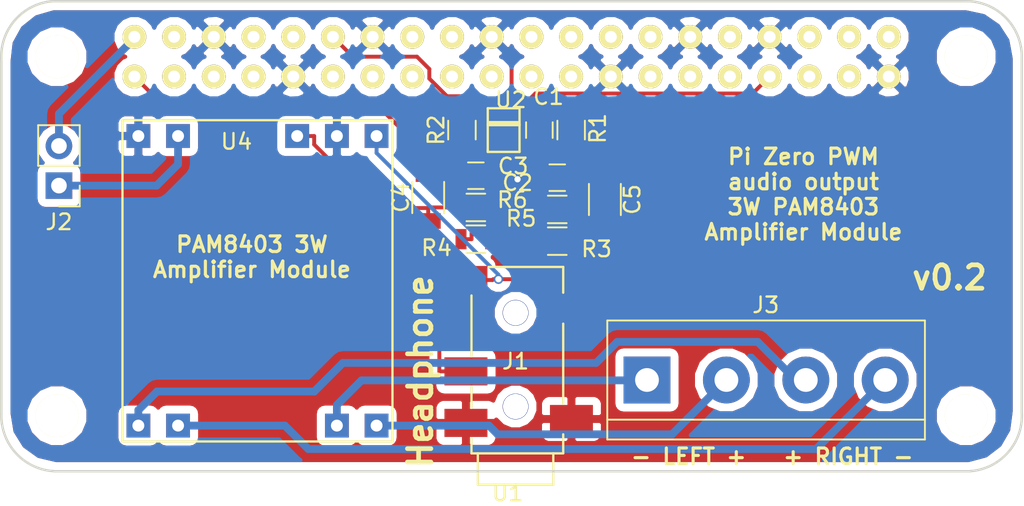
<source format=kicad_pcb>
(kicad_pcb (version 4) (host pcbnew 4.0.7-e2-6376~58~ubuntu16.04.1)

  (general
    (links 44)
    (no_connects 0)
    (area 150.40696 106.858999 215.855341 137.108001)
    (thickness 1.6)
    (drawings 14)
    (tracks 137)
    (zones 0)
    (modules 17)
    (nets 45)
  )

  (page A4)
  (layers
    (0 F.Cu signal)
    (31 B.Cu signal)
    (32 B.Adhes user)
    (33 F.Adhes user)
    (34 B.Paste user)
    (35 F.Paste user)
    (36 B.SilkS user)
    (37 F.SilkS user)
    (38 B.Mask user)
    (39 F.Mask user)
    (40 Dwgs.User user)
    (41 Cmts.User user)
    (42 Eco1.User user)
    (43 Eco2.User user)
    (44 Edge.Cuts user)
    (45 Margin user)
    (46 B.CrtYd user)
    (47 F.CrtYd user)
    (48 B.Fab user hide)
    (49 F.Fab user hide)
  )

  (setup
    (last_trace_width 0.25)
    (user_trace_width 0.5)
    (trace_clearance 0.2)
    (zone_clearance 0.508)
    (zone_45_only no)
    (trace_min 0.2)
    (segment_width 0.2)
    (edge_width 0.15)
    (via_size 0.6)
    (via_drill 0.4)
    (via_min_size 0.4)
    (via_min_drill 0.3)
    (uvia_size 0.3)
    (uvia_drill 0.1)
    (uvias_allowed no)
    (uvia_min_size 0.2)
    (uvia_min_drill 0.1)
    (pcb_text_width 0.3)
    (pcb_text_size 1.5 1.5)
    (mod_edge_width 0.15)
    (mod_text_size 1 1)
    (mod_text_width 0.15)
    (pad_size 1.524 1.524)
    (pad_drill 0.762)
    (pad_to_mask_clearance 0.2)
    (aux_axis_origin 0 0)
    (visible_elements FFFFFF7F)
    (pcbplotparams
      (layerselection 0x010fc_80000001)
      (usegerberextensions true)
      (excludeedgelayer true)
      (linewidth 0.100000)
      (plotframeref false)
      (viasonmask false)
      (mode 1)
      (useauxorigin false)
      (hpglpennumber 1)
      (hpglpenspeed 20)
      (hpglpendiameter 15)
      (hpglpenoverlay 2)
      (psnegative false)
      (psa4output false)
      (plotreference true)
      (plotvalue true)
      (plotinvisibletext false)
      (padsonsilk false)
      (subtractmaskfromsilk false)
      (outputformat 1)
      (mirror false)
      (drillshape 0)
      (scaleselection 1)
      (outputdirectory gerber))
  )

  (net 0 "")
  (net 1 "Net-(C2-Pad1)")
  (net 2 "Net-(C3-Pad1)")
  (net 3 "Net-(R1-Pad2)")
  (net 4 "Net-(U1-Pad3)")
  (net 5 "Net-(U1-Pad4)")
  (net 6 "Net-(U1-Pad5)")
  (net 7 "Net-(U1-Pad7)")
  (net 8 "Net-(U1-Pad8)")
  (net 9 "Net-(U1-Pad10)")
  (net 10 "Net-(U1-Pad11)")
  (net 11 "Net-(U1-Pad13)")
  (net 12 "Net-(U1-Pad15)")
  (net 13 "Net-(U1-Pad16)")
  (net 14 "Net-(U1-Pad17)")
  (net 15 "Net-(U1-Pad18)")
  (net 16 "Net-(U1-Pad19)")
  (net 17 "Net-(U1-Pad21)")
  (net 18 "Net-(U1-Pad22)")
  (net 19 "Net-(U1-Pad23)")
  (net 20 "Net-(U1-Pad24)")
  (net 21 "Net-(U1-Pad26)")
  (net 22 "Net-(U1-Pad27)")
  (net 23 "Net-(U1-Pad28)")
  (net 24 "Net-(U1-Pad29)")
  (net 25 "Net-(U1-Pad31)")
  (net 26 "Net-(U1-Pad32)")
  (net 27 "Net-(U1-Pad35)")
  (net 28 "Net-(U1-Pad36)")
  (net 29 "Net-(U1-Pad37)")
  (net 30 "Net-(U1-Pad38)")
  (net 31 "Net-(U1-Pad40)")
  (net 32 /3V)
  (net 33 /GND)
  (net 34 /R)
  (net 35 /L)
  (net 36 "Net-(J2-Pad1)")
  (net 37 /5V)
  (net 38 "Net-(J3-Pad2)")
  (net 39 "Net-(J3-Pad3)")
  (net 40 "Net-(J3-Pad1)")
  (net 41 "Net-(J3-Pad4)")
  (net 42 "Net-(R2-Pad2)")
  (net 43 /PWM0)
  (net 44 /PWM1)

  (net_class Default "This is the default net class."
    (clearance 0.2)
    (trace_width 0.25)
    (via_dia 0.6)
    (via_drill 0.4)
    (uvia_dia 0.3)
    (uvia_drill 0.1)
    (add_net /3V)
    (add_net /5V)
    (add_net /GND)
    (add_net /L)
    (add_net /PWM0)
    (add_net /PWM1)
    (add_net /R)
    (add_net "Net-(C2-Pad1)")
    (add_net "Net-(C3-Pad1)")
    (add_net "Net-(J2-Pad1)")
    (add_net "Net-(R1-Pad2)")
    (add_net "Net-(R2-Pad2)")
    (add_net "Net-(U1-Pad10)")
    (add_net "Net-(U1-Pad11)")
    (add_net "Net-(U1-Pad13)")
    (add_net "Net-(U1-Pad15)")
    (add_net "Net-(U1-Pad16)")
    (add_net "Net-(U1-Pad17)")
    (add_net "Net-(U1-Pad18)")
    (add_net "Net-(U1-Pad19)")
    (add_net "Net-(U1-Pad21)")
    (add_net "Net-(U1-Pad22)")
    (add_net "Net-(U1-Pad23)")
    (add_net "Net-(U1-Pad24)")
    (add_net "Net-(U1-Pad26)")
    (add_net "Net-(U1-Pad27)")
    (add_net "Net-(U1-Pad28)")
    (add_net "Net-(U1-Pad29)")
    (add_net "Net-(U1-Pad3)")
    (add_net "Net-(U1-Pad31)")
    (add_net "Net-(U1-Pad32)")
    (add_net "Net-(U1-Pad35)")
    (add_net "Net-(U1-Pad36)")
    (add_net "Net-(U1-Pad37)")
    (add_net "Net-(U1-Pad38)")
    (add_net "Net-(U1-Pad4)")
    (add_net "Net-(U1-Pad40)")
    (add_net "Net-(U1-Pad5)")
    (add_net "Net-(U1-Pad7)")
    (add_net "Net-(U1-Pad8)")
  )

  (net_class Power ""
    (clearance 0.2)
    (trace_width 0.5)
    (via_dia 0.6)
    (via_drill 0.4)
    (uvia_dia 0.3)
    (uvia_drill 0.1)
    (add_net "Net-(J3-Pad1)")
    (add_net "Net-(J3-Pad2)")
    (add_net "Net-(J3-Pad3)")
    (add_net "Net-(J3-Pad4)")
  )

  (module Terminal_Blocks:TerminalBlock_bornier-4_P5.08mm (layer F.Cu) (tedit 59FF03D1) (tstamp 5A469B18)
    (at 191.7954 131.191)
    (descr "simple 4-pin terminal block, pitch 5.08mm, revamped version of bornier4")
    (tags "terminal block bornier4")
    (path /5A46A55C)
    (fp_text reference J3 (at 7.6 -4.8) (layer F.SilkS)
      (effects (font (size 1 1) (thickness 0.15)))
    )
    (fp_text value Conn_01x04 (at 7.6 4.75) (layer F.Fab)
      (effects (font (size 1 1) (thickness 0.15)))
    )
    (fp_text user %R (at 7.62 0) (layer F.Fab)
      (effects (font (size 1 1) (thickness 0.15)))
    )
    (fp_line (start -2.48 2.55) (end 17.72 2.55) (layer F.Fab) (width 0.1))
    (fp_line (start -2.43 3.75) (end -2.48 3.75) (layer F.Fab) (width 0.1))
    (fp_line (start -2.48 3.75) (end -2.48 -3.75) (layer F.Fab) (width 0.1))
    (fp_line (start -2.48 -3.75) (end 17.72 -3.75) (layer F.Fab) (width 0.1))
    (fp_line (start 17.72 -3.75) (end 17.72 3.75) (layer F.Fab) (width 0.1))
    (fp_line (start 17.72 3.75) (end -2.43 3.75) (layer F.Fab) (width 0.1))
    (fp_line (start -2.54 -3.81) (end -2.54 3.81) (layer F.SilkS) (width 0.12))
    (fp_line (start 17.78 3.81) (end 17.78 -3.81) (layer F.SilkS) (width 0.12))
    (fp_line (start 17.78 2.54) (end -2.54 2.54) (layer F.SilkS) (width 0.12))
    (fp_line (start -2.54 -3.81) (end 17.78 -3.81) (layer F.SilkS) (width 0.12))
    (fp_line (start -2.54 3.81) (end 17.78 3.81) (layer F.SilkS) (width 0.12))
    (fp_line (start -2.73 -4) (end 17.97 -4) (layer F.CrtYd) (width 0.05))
    (fp_line (start -2.73 -4) (end -2.73 4) (layer F.CrtYd) (width 0.05))
    (fp_line (start 17.97 4) (end 17.97 -4) (layer F.CrtYd) (width 0.05))
    (fp_line (start 17.97 4) (end -2.73 4) (layer F.CrtYd) (width 0.05))
    (pad 2 thru_hole circle (at 5.08 0) (size 3 3) (drill 1.52) (layers *.Cu *.Mask)
      (net 38 "Net-(J3-Pad2)"))
    (pad 3 thru_hole circle (at 10.16 0) (size 3 3) (drill 1.52) (layers *.Cu *.Mask)
      (net 39 "Net-(J3-Pad3)"))
    (pad 1 thru_hole rect (at 0 0) (size 3 3) (drill 1.52) (layers *.Cu *.Mask)
      (net 40 "Net-(J3-Pad1)"))
    (pad 4 thru_hole circle (at 15.24 0) (size 3 3) (drill 1.52) (layers *.Cu *.Mask)
      (net 41 "Net-(J3-Pad4)"))
    (model ${KISYS3DMOD}/Terminal_Blocks.3dshapes/TerminalBlock_bornier-4_P5.08mm.wrl
      (at (xyz 0.3 0 0))
      (scale (xyz 1 1 1))
      (rotate (xyz 0 0 0))
    )
  )

  (module custom:SMT_3.5mm_Stereo_jack_5_pin (layer F.Cu) (tedit 5A46A2BA) (tstamp 5A469AEA)
    (at 183.388 135.89 90)
    (path /5A469477)
    (fp_text reference J1 (at 5.8928 0 180) (layer F.SilkS)
      (effects (font (size 1 1) (thickness 0.15)))
    )
    (fp_text value Conn_01x05 (at 5.6134 -5.715 90) (layer F.Fab)
      (effects (font (size 1 1) (thickness 0.15)))
    )
    (fp_line (start 0 -2.413) (end -2.0066 -2.413) (layer F.SilkS) (width 0.15))
    (fp_line (start -2.0066 -2.413) (end -2.0066 2.413) (layer F.SilkS) (width 0.15))
    (fp_line (start -2.0066 2.413) (end 0 2.413) (layer F.SilkS) (width 0.15))
    (fp_line (start 0 3.048) (end 0 -2.8194) (layer F.SilkS) (width 0.15))
    (fp_line (start 6.223 -2.8194) (end 10.1092 -2.8194) (layer F.SilkS) (width 0.15))
    (fp_line (start 2.921 -2.8194) (end 4.2672 -2.8194) (layer F.SilkS) (width 0.15))
    (fp_line (start 0 -2.8194) (end 0.9398 -2.8194) (layer F.SilkS) (width 0.15))
    (fp_line (start 1.2192 3.048) (end 0 3.048) (layer F.SilkS) (width 0.15))
    (fp_line (start 8.3058 3.048) (end 3.175 3.048) (layer F.SilkS) (width 0.15))
    (fp_line (start 11.938 -1.7272) (end 11.938 3.048) (layer F.SilkS) (width 0.15))
    (fp_line (start 11.938 3.048) (end 10.287 3.048) (layer F.SilkS) (width 0.15))
    (pad 1 smd rect (at 1.95 -3.175 90) (size 1.8 2.75) (layers F.Cu F.Paste F.Mask)
      (net 33 /GND))
    (pad 3 smd rect (at 5.25 -3.175 90) (size 1.8 2.75) (layers F.Cu F.Paste F.Mask)
      (net 34 /R))
    (pad 5 smd rect (at 11.1 -3.175 90) (size 1.8 2.75) (layers F.Cu F.Paste F.Mask)
      (net 35 /L))
    (pad 4 smd rect (at 2.2 3.575 90) (size 1.8 2.75) (layers F.Cu F.Paste F.Mask)
      (net 33 /GND))
    (pad 2 smd rect (at 9.3 3.575 90) (size 1.8 2.75) (layers F.Cu F.Paste F.Mask)
      (net 35 /L))
    (pad "" np_thru_hole circle (at 3 0 90) (size 1.65 1.65) (drill 1.6) (layers *.Cu *.Mask))
    (pad "" np_thru_hole circle (at 9 0 90) (size 1.65 1.65) (drill 1.6) (layers *.Cu *.Mask))
  )

  (module custom:Pi_Zero (layer F.Cu) (tedit 58B8AFD7) (tstamp 5A469BB9)
    (at 183.134 120.142)
    (path /58B898D0)
    (fp_text reference U1 (at -0.254 18.288) (layer F.SilkS)
      (effects (font (size 1 1) (thickness 0.15)))
    )
    (fp_text value PiZero (at 0 -14.478) (layer F.Fab)
      (effects (font (size 1 1) (thickness 0.15)))
    )
    (fp_line (start 29.21 -13.208) (end 29.083 -13.208) (layer F.SilkS) (width 0.15))
    (fp_line (start 32.639 13.208) (end 32.639 -9.525) (layer F.SilkS) (width 0.15))
    (fp_line (start 29.21 16.891) (end 29.083 16.891) (layer F.SilkS) (width 0.15))
    (fp_arc (start 29.083 13.335) (end 32.639 13.208) (angle 90) (layer F.SilkS) (width 0.15))
    (fp_arc (start 29.083 -9.652) (end 29.21 -13.208) (angle 90) (layer F.SilkS) (width 0.15))
    (fp_line (start 29.083 -13.208) (end 28.956 -13.208) (layer F.SilkS) (width 0.15))
    (fp_arc (start -29.083 -9.652) (end -32.639 -9.652) (angle 90) (layer F.SilkS) (width 0.15))
    (fp_arc (start -29.083 13.335) (end -29.083 16.891) (angle 90) (layer F.SilkS) (width 0.15))
    (fp_line (start -32.639 13.335) (end -32.639 -9.652) (layer F.SilkS) (width 0.15))
    (fp_line (start 29.083 16.891) (end -29.083 16.891) (layer F.SilkS) (width 0.15))
    (fp_line (start -29.083 -13.208) (end 28.956 -13.208) (layer F.SilkS) (width 0.15))
    (pad 1 thru_hole circle (at -24.13 -8.382) (size 1.524 1.524) (drill 0.762) (layers *.Cu *.Mask F.SilkS)
      (net 32 /3V))
    (pad 2 thru_hole circle (at -24.13 -10.922) (size 1.524 1.524) (drill 0.762) (layers *.Cu *.Mask F.SilkS)
      (net 37 /5V))
    (pad 3 thru_hole circle (at -21.59 -8.382) (size 1.524 1.524) (drill 0.762) (layers *.Cu *.Mask F.SilkS)
      (net 4 "Net-(U1-Pad3)"))
    (pad 4 thru_hole circle (at -21.59 -10.922) (size 1.524 1.524) (drill 0.762) (layers *.Cu *.Mask F.SilkS)
      (net 5 "Net-(U1-Pad4)"))
    (pad 5 thru_hole circle (at -19.05 -8.382) (size 1.524 1.524) (drill 0.762) (layers *.Cu *.Mask F.SilkS)
      (net 6 "Net-(U1-Pad5)"))
    (pad 6 thru_hole circle (at -19.05 -10.922) (size 1.524 1.524) (drill 0.762) (layers *.Cu *.Mask F.SilkS)
      (net 33 /GND))
    (pad 7 thru_hole circle (at -16.51 -8.382) (size 1.524 1.524) (drill 0.762) (layers *.Cu *.Mask F.SilkS)
      (net 7 "Net-(U1-Pad7)"))
    (pad 8 thru_hole circle (at -16.51 -10.922) (size 1.524 1.524) (drill 0.762) (layers *.Cu *.Mask F.SilkS)
      (net 8 "Net-(U1-Pad8)"))
    (pad 9 thru_hole circle (at -13.97 -8.382) (size 1.524 1.524) (drill 0.762) (layers *.Cu *.Mask F.SilkS)
      (net 33 /GND))
    (pad 10 thru_hole circle (at -13.97 -10.922) (size 1.524 1.524) (drill 0.762) (layers *.Cu *.Mask F.SilkS)
      (net 9 "Net-(U1-Pad10)"))
    (pad 11 thru_hole circle (at -11.43 -8.382) (size 1.524 1.524) (drill 0.762) (layers *.Cu *.Mask F.SilkS)
      (net 10 "Net-(U1-Pad11)"))
    (pad 12 thru_hole circle (at -11.43 -10.922) (size 1.524 1.524) (drill 0.762) (layers *.Cu *.Mask F.SilkS)
      (net 43 /PWM0))
    (pad 13 thru_hole circle (at -8.89 -8.382) (size 1.524 1.524) (drill 0.762) (layers *.Cu *.Mask F.SilkS)
      (net 11 "Net-(U1-Pad13)"))
    (pad 14 thru_hole circle (at -8.89 -10.922) (size 1.524 1.524) (drill 0.762) (layers *.Cu *.Mask F.SilkS)
      (net 33 /GND))
    (pad 15 thru_hole circle (at -6.35 -8.382) (size 1.524 1.524) (drill 0.762) (layers *.Cu *.Mask F.SilkS)
      (net 12 "Net-(U1-Pad15)"))
    (pad 16 thru_hole circle (at -6.35 -10.922) (size 1.524 1.524) (drill 0.762) (layers *.Cu *.Mask F.SilkS)
      (net 13 "Net-(U1-Pad16)"))
    (pad 17 thru_hole circle (at -3.81 -8.382) (size 1.524 1.524) (drill 0.762) (layers *.Cu *.Mask F.SilkS)
      (net 14 "Net-(U1-Pad17)"))
    (pad 18 thru_hole circle (at -3.81 -10.922) (size 1.524 1.524) (drill 0.762) (layers *.Cu *.Mask F.SilkS)
      (net 15 "Net-(U1-Pad18)"))
    (pad 19 thru_hole circle (at -1.27 -8.382) (size 1.524 1.524) (drill 0.762) (layers *.Cu *.Mask F.SilkS)
      (net 16 "Net-(U1-Pad19)"))
    (pad 20 thru_hole circle (at -1.27 -10.922) (size 1.524 1.524) (drill 0.762) (layers *.Cu *.Mask F.SilkS)
      (net 33 /GND))
    (pad 21 thru_hole circle (at 1.27 -8.382) (size 1.524 1.524) (drill 0.762) (layers *.Cu *.Mask F.SilkS)
      (net 17 "Net-(U1-Pad21)"))
    (pad 22 thru_hole circle (at 1.27 -10.922) (size 1.524 1.524) (drill 0.762) (layers *.Cu *.Mask F.SilkS)
      (net 18 "Net-(U1-Pad22)"))
    (pad 23 thru_hole circle (at 3.81 -8.382) (size 1.524 1.524) (drill 0.762) (layers *.Cu *.Mask F.SilkS)
      (net 19 "Net-(U1-Pad23)"))
    (pad 24 thru_hole circle (at 3.81 -10.922) (size 1.524 1.524) (drill 0.762) (layers *.Cu *.Mask F.SilkS)
      (net 20 "Net-(U1-Pad24)"))
    (pad 25 thru_hole circle (at 6.35 -8.382) (size 1.524 1.524) (drill 0.762) (layers *.Cu *.Mask F.SilkS)
      (net 33 /GND))
    (pad 26 thru_hole circle (at 6.35 -10.922) (size 1.524 1.524) (drill 0.762) (layers *.Cu *.Mask F.SilkS)
      (net 21 "Net-(U1-Pad26)"))
    (pad 27 thru_hole circle (at 8.89 -8.382) (size 1.524 1.524) (drill 0.762) (layers *.Cu *.Mask F.SilkS)
      (net 22 "Net-(U1-Pad27)"))
    (pad 28 thru_hole circle (at 8.89 -10.922) (size 1.524 1.524) (drill 0.762) (layers *.Cu *.Mask F.SilkS)
      (net 23 "Net-(U1-Pad28)"))
    (pad 29 thru_hole circle (at 11.43 -8.382) (size 1.524 1.524) (drill 0.762) (layers *.Cu *.Mask F.SilkS)
      (net 24 "Net-(U1-Pad29)"))
    (pad 30 thru_hole circle (at 11.43 -10.922) (size 1.524 1.524) (drill 0.762) (layers *.Cu *.Mask F.SilkS)
      (net 33 /GND))
    (pad 31 thru_hole circle (at 13.97 -8.382) (size 1.524 1.524) (drill 0.762) (layers *.Cu *.Mask F.SilkS)
      (net 25 "Net-(U1-Pad31)"))
    (pad 32 thru_hole circle (at 13.97 -10.922) (size 1.524 1.524) (drill 0.762) (layers *.Cu *.Mask F.SilkS)
      (net 26 "Net-(U1-Pad32)"))
    (pad 33 thru_hole circle (at 16.51 -8.382) (size 1.524 1.524) (drill 0.762) (layers *.Cu *.Mask F.SilkS)
      (net 44 /PWM1))
    (pad 34 thru_hole circle (at 16.51 -10.922) (size 1.524 1.524) (drill 0.762) (layers *.Cu *.Mask F.SilkS)
      (net 33 /GND))
    (pad 35 thru_hole circle (at 19.05 -8.382) (size 1.524 1.524) (drill 0.762) (layers *.Cu *.Mask F.SilkS)
      (net 27 "Net-(U1-Pad35)"))
    (pad 36 thru_hole circle (at 19.05 -10.922) (size 1.524 1.524) (drill 0.762) (layers *.Cu *.Mask F.SilkS)
      (net 28 "Net-(U1-Pad36)"))
    (pad 37 thru_hole circle (at 21.59 -8.382) (size 1.524 1.524) (drill 0.762) (layers *.Cu *.Mask F.SilkS)
      (net 29 "Net-(U1-Pad37)"))
    (pad 38 thru_hole circle (at 21.59 -10.922) (size 1.524 1.524) (drill 0.762) (layers *.Cu *.Mask F.SilkS)
      (net 30 "Net-(U1-Pad38)"))
    (pad 39 thru_hole circle (at 24.13 -8.382) (size 1.524 1.524) (drill 0.762) (layers *.Cu *.Mask F.SilkS)
      (net 33 /GND))
    (pad 40 thru_hole circle (at 24.13 -10.922) (size 1.524 1.524) (drill 0.762) (layers *.Cu *.Mask F.SilkS)
      (net 31 "Net-(U1-Pad40)"))
    (pad "" np_thru_hole circle (at -29.083 -9.652) (size 2.75 2.75) (drill 2.75) (layers *.Cu *.Mask F.SilkS))
    (pad "" np_thru_hole circle (at 29.083 -9.652) (size 2.75 2.75) (drill 2.75) (layers *.Cu *.Mask F.SilkS))
    (pad "" np_thru_hole circle (at -29.083 13.335) (size 2.75 2.75) (drill 2.75) (layers *.Cu *.Mask F.SilkS))
    (pad "" np_thru_hole circle (at 29.083 13.335) (size 2.75 2.75) (drill 2.75) (layers *.Cu *.Mask F.SilkS))
  )

  (module Capacitors_SMD:C_0805 (layer F.Cu) (tedit 5A46A393) (tstamp 5A469A90)
    (at 184.912 115.189 90)
    (descr "Capacitor SMD 0805, reflow soldering, AVX (see smccp.pdf)")
    (tags "capacitor 0805")
    (path /5A4680D2)
    (attr smd)
    (fp_text reference C1 (at 2.1336 0.5842 180) (layer F.SilkS)
      (effects (font (size 1 1) (thickness 0.15)))
    )
    (fp_text value 100n (at 0 1.75 90) (layer F.Fab) hide
      (effects (font (size 1 1) (thickness 0.15)))
    )
    (fp_text user %R (at 0 -1.5 90) (layer F.Fab)
      (effects (font (size 1 1) (thickness 0.15)))
    )
    (fp_line (start -1 0.62) (end -1 -0.62) (layer F.Fab) (width 0.1))
    (fp_line (start 1 0.62) (end -1 0.62) (layer F.Fab) (width 0.1))
    (fp_line (start 1 -0.62) (end 1 0.62) (layer F.Fab) (width 0.1))
    (fp_line (start -1 -0.62) (end 1 -0.62) (layer F.Fab) (width 0.1))
    (fp_line (start 0.5 -0.85) (end -0.5 -0.85) (layer F.SilkS) (width 0.12))
    (fp_line (start -0.5 0.85) (end 0.5 0.85) (layer F.SilkS) (width 0.12))
    (fp_line (start -1.75 -0.88) (end 1.75 -0.88) (layer F.CrtYd) (width 0.05))
    (fp_line (start -1.75 -0.88) (end -1.75 0.87) (layer F.CrtYd) (width 0.05))
    (fp_line (start 1.75 0.87) (end 1.75 -0.88) (layer F.CrtYd) (width 0.05))
    (fp_line (start 1.75 0.87) (end -1.75 0.87) (layer F.CrtYd) (width 0.05))
    (pad 1 smd rect (at -1 0 90) (size 1 1.25) (layers F.Cu F.Paste F.Mask)
      (net 32 /3V))
    (pad 2 smd rect (at 1 0 90) (size 1 1.25) (layers F.Cu F.Paste F.Mask)
      (net 33 /GND))
    (model Capacitors_SMD.3dshapes/C_0805.wrl
      (at (xyz 0 0 0))
      (scale (xyz 1 1 1))
      (rotate (xyz 0 0 0))
    )
  )

  (module Capacitors_SMD:C_0805 (layer F.Cu) (tedit 5A46A353) (tstamp 5A469AA1)
    (at 186.055 118.237 180)
    (descr "Capacitor SMD 0805, reflow soldering, AVX (see smccp.pdf)")
    (tags "capacitor 0805")
    (path /5A468581)
    (attr smd)
    (fp_text reference C2 (at 2.54 -0.3302 180) (layer F.SilkS)
      (effects (font (size 1 1) (thickness 0.15)))
    )
    (fp_text value 100n (at 0 1.75 180) (layer F.Fab) hide
      (effects (font (size 1 1) (thickness 0.15)))
    )
    (fp_text user %R (at 0 -1.5 180) (layer F.Fab)
      (effects (font (size 1 1) (thickness 0.15)))
    )
    (fp_line (start -1 0.62) (end -1 -0.62) (layer F.Fab) (width 0.1))
    (fp_line (start 1 0.62) (end -1 0.62) (layer F.Fab) (width 0.1))
    (fp_line (start 1 -0.62) (end 1 0.62) (layer F.Fab) (width 0.1))
    (fp_line (start -1 -0.62) (end 1 -0.62) (layer F.Fab) (width 0.1))
    (fp_line (start 0.5 -0.85) (end -0.5 -0.85) (layer F.SilkS) (width 0.12))
    (fp_line (start -0.5 0.85) (end 0.5 0.85) (layer F.SilkS) (width 0.12))
    (fp_line (start -1.75 -0.88) (end 1.75 -0.88) (layer F.CrtYd) (width 0.05))
    (fp_line (start -1.75 -0.88) (end -1.75 0.87) (layer F.CrtYd) (width 0.05))
    (fp_line (start 1.75 0.87) (end 1.75 -0.88) (layer F.CrtYd) (width 0.05))
    (fp_line (start 1.75 0.87) (end -1.75 0.87) (layer F.CrtYd) (width 0.05))
    (pad 1 smd rect (at -1 0 180) (size 1 1.25) (layers F.Cu F.Paste F.Mask)
      (net 1 "Net-(C2-Pad1)"))
    (pad 2 smd rect (at 1 0 180) (size 1 1.25) (layers F.Cu F.Paste F.Mask)
      (net 33 /GND))
    (model Capacitors_SMD.3dshapes/C_0805.wrl
      (at (xyz 0 0 0))
      (scale (xyz 1 1 1))
      (rotate (xyz 0 0 0))
    )
  )

  (module Capacitors_SMD:C_0805 (layer F.Cu) (tedit 5A46A2A4) (tstamp 5A469AB2)
    (at 180.848 118.11)
    (descr "Capacitor SMD 0805, reflow soldering, AVX (see smccp.pdf)")
    (tags "capacitor 0805")
    (path /5A468649)
    (attr smd)
    (fp_text reference C3 (at 2.3876 -0.6096) (layer F.SilkS)
      (effects (font (size 1 1) (thickness 0.15)))
    )
    (fp_text value 100n (at 0 1.75) (layer F.Fab) hide
      (effects (font (size 1 1) (thickness 0.15)))
    )
    (fp_text user %R (at 0 -1.5) (layer F.Fab)
      (effects (font (size 1 1) (thickness 0.15)))
    )
    (fp_line (start -1 0.62) (end -1 -0.62) (layer F.Fab) (width 0.1))
    (fp_line (start 1 0.62) (end -1 0.62) (layer F.Fab) (width 0.1))
    (fp_line (start 1 -0.62) (end 1 0.62) (layer F.Fab) (width 0.1))
    (fp_line (start -1 -0.62) (end 1 -0.62) (layer F.Fab) (width 0.1))
    (fp_line (start 0.5 -0.85) (end -0.5 -0.85) (layer F.SilkS) (width 0.12))
    (fp_line (start -0.5 0.85) (end 0.5 0.85) (layer F.SilkS) (width 0.12))
    (fp_line (start -1.75 -0.88) (end 1.75 -0.88) (layer F.CrtYd) (width 0.05))
    (fp_line (start -1.75 -0.88) (end -1.75 0.87) (layer F.CrtYd) (width 0.05))
    (fp_line (start 1.75 0.87) (end 1.75 -0.88) (layer F.CrtYd) (width 0.05))
    (fp_line (start 1.75 0.87) (end -1.75 0.87) (layer F.CrtYd) (width 0.05))
    (pad 1 smd rect (at -1 0) (size 1 1.25) (layers F.Cu F.Paste F.Mask)
      (net 2 "Net-(C3-Pad1)"))
    (pad 2 smd rect (at 1 0) (size 1 1.25) (layers F.Cu F.Paste F.Mask)
      (net 33 /GND))
    (model Capacitors_SMD.3dshapes/C_0805.wrl
      (at (xyz 0 0 0))
      (scale (xyz 1 1 1))
      (rotate (xyz 0 0 0))
    )
  )

  (module Capacitors_SMD:C_1206 (layer F.Cu) (tedit 5A46A268) (tstamp 5A469AC3)
    (at 177.8 119.507 90)
    (descr "Capacitor SMD 1206, reflow soldering, AVX (see smccp.pdf)")
    (tags "capacitor 1206")
    (path /5A4687E5)
    (attr smd)
    (fp_text reference C4 (at 0 -1.75 90) (layer F.SilkS)
      (effects (font (size 1 1) (thickness 0.15)))
    )
    (fp_text value 47u (at 0 2 90) (layer F.Fab) hide
      (effects (font (size 1 1) (thickness 0.15)))
    )
    (fp_text user %R (at 0 -1.75 90) (layer F.Fab)
      (effects (font (size 1 1) (thickness 0.15)))
    )
    (fp_line (start -1.6 0.8) (end -1.6 -0.8) (layer F.Fab) (width 0.1))
    (fp_line (start 1.6 0.8) (end -1.6 0.8) (layer F.Fab) (width 0.1))
    (fp_line (start 1.6 -0.8) (end 1.6 0.8) (layer F.Fab) (width 0.1))
    (fp_line (start -1.6 -0.8) (end 1.6 -0.8) (layer F.Fab) (width 0.1))
    (fp_line (start 1 -1.02) (end -1 -1.02) (layer F.SilkS) (width 0.12))
    (fp_line (start -1 1.02) (end 1 1.02) (layer F.SilkS) (width 0.12))
    (fp_line (start -2.25 -1.05) (end 2.25 -1.05) (layer F.CrtYd) (width 0.05))
    (fp_line (start -2.25 -1.05) (end -2.25 1.05) (layer F.CrtYd) (width 0.05))
    (fp_line (start 2.25 1.05) (end 2.25 -1.05) (layer F.CrtYd) (width 0.05))
    (fp_line (start 2.25 1.05) (end -2.25 1.05) (layer F.CrtYd) (width 0.05))
    (pad 1 smd rect (at -1.5 0 90) (size 1 1.6) (layers F.Cu F.Paste F.Mask)
      (net 34 /R))
    (pad 2 smd rect (at 1.5 0 90) (size 1 1.6) (layers F.Cu F.Paste F.Mask)
      (net 2 "Net-(C3-Pad1)"))
    (model Capacitors_SMD.3dshapes/C_1206.wrl
      (at (xyz 0 0 0))
      (scale (xyz 1 1 1))
      (rotate (xyz 0 0 0))
    )
  )

  (module Capacitors_SMD:C_1206 (layer F.Cu) (tedit 5A46A344) (tstamp 5A469AD4)
    (at 189.103 119.634 270)
    (descr "Capacitor SMD 1206, reflow soldering, AVX (see smccp.pdf)")
    (tags "capacitor 1206")
    (path /5A46878C)
    (attr smd)
    (fp_text reference C5 (at 0 -1.75 270) (layer F.SilkS)
      (effects (font (size 1 1) (thickness 0.15)))
    )
    (fp_text value 47u (at 0 2 270) (layer F.Fab) hide
      (effects (font (size 1 1) (thickness 0.15)))
    )
    (fp_text user %R (at 0 -1.75 270) (layer F.Fab)
      (effects (font (size 1 1) (thickness 0.15)))
    )
    (fp_line (start -1.6 0.8) (end -1.6 -0.8) (layer F.Fab) (width 0.1))
    (fp_line (start 1.6 0.8) (end -1.6 0.8) (layer F.Fab) (width 0.1))
    (fp_line (start 1.6 -0.8) (end 1.6 0.8) (layer F.Fab) (width 0.1))
    (fp_line (start -1.6 -0.8) (end 1.6 -0.8) (layer F.Fab) (width 0.1))
    (fp_line (start 1 -1.02) (end -1 -1.02) (layer F.SilkS) (width 0.12))
    (fp_line (start -1 1.02) (end 1 1.02) (layer F.SilkS) (width 0.12))
    (fp_line (start -2.25 -1.05) (end 2.25 -1.05) (layer F.CrtYd) (width 0.05))
    (fp_line (start -2.25 -1.05) (end -2.25 1.05) (layer F.CrtYd) (width 0.05))
    (fp_line (start 2.25 1.05) (end 2.25 -1.05) (layer F.CrtYd) (width 0.05))
    (fp_line (start 2.25 1.05) (end -2.25 1.05) (layer F.CrtYd) (width 0.05))
    (pad 1 smd rect (at -1.5 0 270) (size 1 1.6) (layers F.Cu F.Paste F.Mask)
      (net 35 /L))
    (pad 2 smd rect (at 1.5 0 270) (size 1 1.6) (layers F.Cu F.Paste F.Mask)
      (net 1 "Net-(C2-Pad1)"))
    (model Capacitors_SMD.3dshapes/C_1206.wrl
      (at (xyz 0 0 0))
      (scale (xyz 1 1 1))
      (rotate (xyz 0 0 0))
    )
  )

  (module Pin_Headers:Pin_Header_Straight_1x02_Pitch2.54mm (layer F.Cu) (tedit 59650532) (tstamp 5A469B00)
    (at 154.178 118.745 180)
    (descr "Through hole straight pin header, 1x02, 2.54mm pitch, single row")
    (tags "Through hole pin header THT 1x02 2.54mm single row")
    (path /5A469A8E)
    (fp_text reference J2 (at 0 -2.33 180) (layer F.SilkS)
      (effects (font (size 1 1) (thickness 0.15)))
    )
    (fp_text value Conn_01x02 (at 0 4.87 180) (layer F.Fab)
      (effects (font (size 1 1) (thickness 0.15)))
    )
    (fp_line (start -0.635 -1.27) (end 1.27 -1.27) (layer F.Fab) (width 0.1))
    (fp_line (start 1.27 -1.27) (end 1.27 3.81) (layer F.Fab) (width 0.1))
    (fp_line (start 1.27 3.81) (end -1.27 3.81) (layer F.Fab) (width 0.1))
    (fp_line (start -1.27 3.81) (end -1.27 -0.635) (layer F.Fab) (width 0.1))
    (fp_line (start -1.27 -0.635) (end -0.635 -1.27) (layer F.Fab) (width 0.1))
    (fp_line (start -1.33 3.87) (end 1.33 3.87) (layer F.SilkS) (width 0.12))
    (fp_line (start -1.33 1.27) (end -1.33 3.87) (layer F.SilkS) (width 0.12))
    (fp_line (start 1.33 1.27) (end 1.33 3.87) (layer F.SilkS) (width 0.12))
    (fp_line (start -1.33 1.27) (end 1.33 1.27) (layer F.SilkS) (width 0.12))
    (fp_line (start -1.33 0) (end -1.33 -1.33) (layer F.SilkS) (width 0.12))
    (fp_line (start -1.33 -1.33) (end 0 -1.33) (layer F.SilkS) (width 0.12))
    (fp_line (start -1.8 -1.8) (end -1.8 4.35) (layer F.CrtYd) (width 0.05))
    (fp_line (start -1.8 4.35) (end 1.8 4.35) (layer F.CrtYd) (width 0.05))
    (fp_line (start 1.8 4.35) (end 1.8 -1.8) (layer F.CrtYd) (width 0.05))
    (fp_line (start 1.8 -1.8) (end -1.8 -1.8) (layer F.CrtYd) (width 0.05))
    (fp_text user %R (at 0 1.27 270) (layer F.Fab)
      (effects (font (size 1 1) (thickness 0.15)))
    )
    (pad 1 thru_hole rect (at 0 0 180) (size 1.7 1.7) (drill 1) (layers *.Cu *.Mask)
      (net 36 "Net-(J2-Pad1)"))
    (pad 2 thru_hole oval (at 0 2.54 180) (size 1.7 1.7) (drill 1) (layers *.Cu *.Mask)
      (net 37 /5V))
    (model ${KISYS3DMOD}/Pin_Headers.3dshapes/Pin_Header_Straight_1x02_Pitch2.54mm.wrl
      (at (xyz 0 0 0))
      (scale (xyz 1 1 1))
      (rotate (xyz 0 0 0))
    )
  )

  (module Resistors_SMD:R_0805 (layer F.Cu) (tedit 5A46A376) (tstamp 5A469B29)
    (at 186.944 115.189 90)
    (descr "Resistor SMD 0805, reflow soldering, Vishay (see dcrcw.pdf)")
    (tags "resistor 0805")
    (path /5A46828B)
    (attr smd)
    (fp_text reference R1 (at 0.1016 1.7018 90) (layer F.SilkS)
      (effects (font (size 1 1) (thickness 0.15)))
    )
    (fp_text value 220R (at 0 1.75 90) (layer F.Fab) hide
      (effects (font (size 1 1) (thickness 0.15)))
    )
    (fp_text user %R (at 0 0 90) (layer F.Fab)
      (effects (font (size 0.5 0.5) (thickness 0.075)))
    )
    (fp_line (start -1 0.62) (end -1 -0.62) (layer F.Fab) (width 0.1))
    (fp_line (start 1 0.62) (end -1 0.62) (layer F.Fab) (width 0.1))
    (fp_line (start 1 -0.62) (end 1 0.62) (layer F.Fab) (width 0.1))
    (fp_line (start -1 -0.62) (end 1 -0.62) (layer F.Fab) (width 0.1))
    (fp_line (start 0.6 0.88) (end -0.6 0.88) (layer F.SilkS) (width 0.12))
    (fp_line (start -0.6 -0.88) (end 0.6 -0.88) (layer F.SilkS) (width 0.12))
    (fp_line (start -1.55 -0.9) (end 1.55 -0.9) (layer F.CrtYd) (width 0.05))
    (fp_line (start -1.55 -0.9) (end -1.55 0.9) (layer F.CrtYd) (width 0.05))
    (fp_line (start 1.55 0.9) (end 1.55 -0.9) (layer F.CrtYd) (width 0.05))
    (fp_line (start 1.55 0.9) (end -1.55 0.9) (layer F.CrtYd) (width 0.05))
    (pad 1 smd rect (at -0.95 0 90) (size 0.7 1.3) (layers F.Cu F.Paste F.Mask)
      (net 1 "Net-(C2-Pad1)"))
    (pad 2 smd rect (at 0.95 0 90) (size 0.7 1.3) (layers F.Cu F.Paste F.Mask)
      (net 3 "Net-(R1-Pad2)"))
    (model ${KISYS3DMOD}/Resistors_SMD.3dshapes/R_0805.wrl
      (at (xyz 0 0 0))
      (scale (xyz 1 1 1))
      (rotate (xyz 0 0 0))
    )
  )

  (module Resistors_SMD:R_0805 (layer F.Cu) (tedit 5A46A27F) (tstamp 5A469B3A)
    (at 179.959 115.189 90)
    (descr "Resistor SMD 0805, reflow soldering, Vishay (see dcrcw.pdf)")
    (tags "resistor 0805")
    (path /5A4682F3)
    (attr smd)
    (fp_text reference R2 (at 0 -1.65 90) (layer F.SilkS)
      (effects (font (size 1 1) (thickness 0.15)))
    )
    (fp_text value 220R (at 0 1.75 90) (layer F.Fab) hide
      (effects (font (size 1 1) (thickness 0.15)))
    )
    (fp_text user %R (at 0 0 90) (layer F.Fab)
      (effects (font (size 0.5 0.5) (thickness 0.075)))
    )
    (fp_line (start -1 0.62) (end -1 -0.62) (layer F.Fab) (width 0.1))
    (fp_line (start 1 0.62) (end -1 0.62) (layer F.Fab) (width 0.1))
    (fp_line (start 1 -0.62) (end 1 0.62) (layer F.Fab) (width 0.1))
    (fp_line (start -1 -0.62) (end 1 -0.62) (layer F.Fab) (width 0.1))
    (fp_line (start 0.6 0.88) (end -0.6 0.88) (layer F.SilkS) (width 0.12))
    (fp_line (start -0.6 -0.88) (end 0.6 -0.88) (layer F.SilkS) (width 0.12))
    (fp_line (start -1.55 -0.9) (end 1.55 -0.9) (layer F.CrtYd) (width 0.05))
    (fp_line (start -1.55 -0.9) (end -1.55 0.9) (layer F.CrtYd) (width 0.05))
    (fp_line (start 1.55 0.9) (end 1.55 -0.9) (layer F.CrtYd) (width 0.05))
    (fp_line (start 1.55 0.9) (end -1.55 0.9) (layer F.CrtYd) (width 0.05))
    (pad 1 smd rect (at -0.95 0 90) (size 0.7 1.3) (layers F.Cu F.Paste F.Mask)
      (net 2 "Net-(C3-Pad1)"))
    (pad 2 smd rect (at 0.95 0 90) (size 0.7 1.3) (layers F.Cu F.Paste F.Mask)
      (net 42 "Net-(R2-Pad2)"))
    (model ${KISYS3DMOD}/Resistors_SMD.3dshapes/R_0805.wrl
      (at (xyz 0 0 0))
      (scale (xyz 1 1 1))
      (rotate (xyz 0 0 0))
    )
  )

  (module Resistors_SMD:R_0805 (layer F.Cu) (tedit 5A46A313) (tstamp 5A469B4B)
    (at 186.055 122.301 180)
    (descr "Resistor SMD 0805, reflow soldering, Vishay (see dcrcw.pdf)")
    (tags "resistor 0805")
    (path /5A4686C0)
    (attr smd)
    (fp_text reference R3 (at -2.5146 -0.508 180) (layer F.SilkS)
      (effects (font (size 1 1) (thickness 0.15)))
    )
    (fp_text value 100R (at 0 1.75 180) (layer F.Fab) hide
      (effects (font (size 1 1) (thickness 0.15)))
    )
    (fp_text user %R (at 0 0 180) (layer F.Fab)
      (effects (font (size 0.5 0.5) (thickness 0.075)))
    )
    (fp_line (start -1 0.62) (end -1 -0.62) (layer F.Fab) (width 0.1))
    (fp_line (start 1 0.62) (end -1 0.62) (layer F.Fab) (width 0.1))
    (fp_line (start 1 -0.62) (end 1 0.62) (layer F.Fab) (width 0.1))
    (fp_line (start -1 -0.62) (end 1 -0.62) (layer F.Fab) (width 0.1))
    (fp_line (start 0.6 0.88) (end -0.6 0.88) (layer F.SilkS) (width 0.12))
    (fp_line (start -0.6 -0.88) (end 0.6 -0.88) (layer F.SilkS) (width 0.12))
    (fp_line (start -1.55 -0.9) (end 1.55 -0.9) (layer F.CrtYd) (width 0.05))
    (fp_line (start -1.55 -0.9) (end -1.55 0.9) (layer F.CrtYd) (width 0.05))
    (fp_line (start 1.55 0.9) (end 1.55 -0.9) (layer F.CrtYd) (width 0.05))
    (fp_line (start 1.55 0.9) (end -1.55 0.9) (layer F.CrtYd) (width 0.05))
    (pad 1 smd rect (at -0.95 0 180) (size 0.7 1.3) (layers F.Cu F.Paste F.Mask)
      (net 1 "Net-(C2-Pad1)"))
    (pad 2 smd rect (at 0.95 0 180) (size 0.7 1.3) (layers F.Cu F.Paste F.Mask)
      (net 33 /GND))
    (model ${KISYS3DMOD}/Resistors_SMD.3dshapes/R_0805.wrl
      (at (xyz 0 0 0))
      (scale (xyz 1 1 1))
      (rotate (xyz 0 0 0))
    )
  )

  (module Resistors_SMD:R_0805 (layer F.Cu) (tedit 5A46A31A) (tstamp 5A469B5C)
    (at 180.848 122.174)
    (descr "Resistor SMD 0805, reflow soldering, Vishay (see dcrcw.pdf)")
    (tags "resistor 0805")
    (path /5A468733)
    (attr smd)
    (fp_text reference R4 (at -2.5146 0.5588) (layer F.SilkS)
      (effects (font (size 1 1) (thickness 0.15)))
    )
    (fp_text value 100R (at 0 1.75) (layer F.Fab) hide
      (effects (font (size 1 1) (thickness 0.15)))
    )
    (fp_text user %R (at 0 0) (layer F.Fab)
      (effects (font (size 0.5 0.5) (thickness 0.075)))
    )
    (fp_line (start -1 0.62) (end -1 -0.62) (layer F.Fab) (width 0.1))
    (fp_line (start 1 0.62) (end -1 0.62) (layer F.Fab) (width 0.1))
    (fp_line (start 1 -0.62) (end 1 0.62) (layer F.Fab) (width 0.1))
    (fp_line (start -1 -0.62) (end 1 -0.62) (layer F.Fab) (width 0.1))
    (fp_line (start 0.6 0.88) (end -0.6 0.88) (layer F.SilkS) (width 0.12))
    (fp_line (start -0.6 -0.88) (end 0.6 -0.88) (layer F.SilkS) (width 0.12))
    (fp_line (start -1.55 -0.9) (end 1.55 -0.9) (layer F.CrtYd) (width 0.05))
    (fp_line (start -1.55 -0.9) (end -1.55 0.9) (layer F.CrtYd) (width 0.05))
    (fp_line (start 1.55 0.9) (end 1.55 -0.9) (layer F.CrtYd) (width 0.05))
    (fp_line (start 1.55 0.9) (end -1.55 0.9) (layer F.CrtYd) (width 0.05))
    (pad 1 smd rect (at -0.95 0) (size 0.7 1.3) (layers F.Cu F.Paste F.Mask)
      (net 2 "Net-(C3-Pad1)"))
    (pad 2 smd rect (at 0.95 0) (size 0.7 1.3) (layers F.Cu F.Paste F.Mask)
      (net 33 /GND))
    (model ${KISYS3DMOD}/Resistors_SMD.3dshapes/R_0805.wrl
      (at (xyz 0 0 0))
      (scale (xyz 1 1 1))
      (rotate (xyz 0 0 0))
    )
  )

  (module Resistors_SMD:R_0805 (layer F.Cu) (tedit 5A46A3B1) (tstamp 5A469B6D)
    (at 186.055 120.269 180)
    (descr "Resistor SMD 0805, reflow soldering, Vishay (see dcrcw.pdf)")
    (tags "resistor 0805")
    (path /5A468877)
    (attr smd)
    (fp_text reference R5 (at 2.3114 -0.5842 180) (layer F.SilkS)
      (effects (font (size 1 1) (thickness 0.15)))
    )
    (fp_text value 1.8k (at -3.429 2.032 180) (layer F.Fab) hide
      (effects (font (size 1 1) (thickness 0.15)))
    )
    (fp_text user %R (at 0 0 180) (layer F.Fab)
      (effects (font (size 0.5 0.5) (thickness 0.075)))
    )
    (fp_line (start -1 0.62) (end -1 -0.62) (layer F.Fab) (width 0.1))
    (fp_line (start 1 0.62) (end -1 0.62) (layer F.Fab) (width 0.1))
    (fp_line (start 1 -0.62) (end 1 0.62) (layer F.Fab) (width 0.1))
    (fp_line (start -1 -0.62) (end 1 -0.62) (layer F.Fab) (width 0.1))
    (fp_line (start 0.6 0.88) (end -0.6 0.88) (layer F.SilkS) (width 0.12))
    (fp_line (start -0.6 -0.88) (end 0.6 -0.88) (layer F.SilkS) (width 0.12))
    (fp_line (start -1.55 -0.9) (end 1.55 -0.9) (layer F.CrtYd) (width 0.05))
    (fp_line (start -1.55 -0.9) (end -1.55 0.9) (layer F.CrtYd) (width 0.05))
    (fp_line (start 1.55 0.9) (end 1.55 -0.9) (layer F.CrtYd) (width 0.05))
    (fp_line (start 1.55 0.9) (end -1.55 0.9) (layer F.CrtYd) (width 0.05))
    (pad 1 smd rect (at -0.95 0 180) (size 0.7 1.3) (layers F.Cu F.Paste F.Mask)
      (net 35 /L))
    (pad 2 smd rect (at 0.95 0 180) (size 0.7 1.3) (layers F.Cu F.Paste F.Mask)
      (net 33 /GND))
    (model ${KISYS3DMOD}/Resistors_SMD.3dshapes/R_0805.wrl
      (at (xyz 0 0 0))
      (scale (xyz 1 1 1))
      (rotate (xyz 0 0 0))
    )
  )

  (module Resistors_SMD:R_0805 (layer F.Cu) (tedit 5A46A32E) (tstamp 5A469B7E)
    (at 180.848 120.142)
    (descr "Resistor SMD 0805, reflow soldering, Vishay (see dcrcw.pdf)")
    (tags "resistor 0805")
    (path /5A468824)
    (attr smd)
    (fp_text reference R6 (at 2.3368 -0.4826) (layer F.SilkS)
      (effects (font (size 1 1) (thickness 0.15)))
    )
    (fp_text value 1.8k (at 0 1.75) (layer F.Fab) hide
      (effects (font (size 1 1) (thickness 0.15)))
    )
    (fp_text user %R (at 0 0) (layer F.Fab)
      (effects (font (size 0.5 0.5) (thickness 0.075)))
    )
    (fp_line (start -1 0.62) (end -1 -0.62) (layer F.Fab) (width 0.1))
    (fp_line (start 1 0.62) (end -1 0.62) (layer F.Fab) (width 0.1))
    (fp_line (start 1 -0.62) (end 1 0.62) (layer F.Fab) (width 0.1))
    (fp_line (start -1 -0.62) (end 1 -0.62) (layer F.Fab) (width 0.1))
    (fp_line (start 0.6 0.88) (end -0.6 0.88) (layer F.SilkS) (width 0.12))
    (fp_line (start -0.6 -0.88) (end 0.6 -0.88) (layer F.SilkS) (width 0.12))
    (fp_line (start -1.55 -0.9) (end 1.55 -0.9) (layer F.CrtYd) (width 0.05))
    (fp_line (start -1.55 -0.9) (end -1.55 0.9) (layer F.CrtYd) (width 0.05))
    (fp_line (start 1.55 0.9) (end 1.55 -0.9) (layer F.CrtYd) (width 0.05))
    (fp_line (start 1.55 0.9) (end -1.55 0.9) (layer F.CrtYd) (width 0.05))
    (pad 1 smd rect (at -0.95 0) (size 0.7 1.3) (layers F.Cu F.Paste F.Mask)
      (net 34 /R))
    (pad 2 smd rect (at 0.95 0) (size 0.7 1.3) (layers F.Cu F.Paste F.Mask)
      (net 33 /GND))
    (model ${KISYS3DMOD}/Resistors_SMD.3dshapes/R_0805.wrl
      (at (xyz 0 0 0))
      (scale (xyz 1 1 1))
      (rotate (xyz 0 0 0))
    )
  )

  (module custom:SC70-6pin (layer F.Cu) (tedit 5A46A384) (tstamp 5A469BCC)
    (at 182.626 115.189 180)
    (path /5A46779B)
    (fp_text reference U2 (at -0.4572 1.9304 360) (layer F.SilkS)
      (effects (font (size 1 1) (thickness 0.15)))
    )
    (fp_text value NC7WZ16 (at 0 5.588 180) (layer F.Fab)
      (effects (font (size 1 1) (thickness 0.15)))
    )
    (fp_line (start 1.016 0.381) (end -1.016 0.381) (layer F.SilkS) (width 0.15))
    (fp_line (start -1.016 0.3175) (end 1.016 0.3175) (layer F.SilkS) (width 0.15))
    (fp_line (start 1.016 -1.397) (end 1.016 -1.27) (layer F.SilkS) (width 0.15))
    (fp_line (start -1.016 -1.397) (end -1.016 -1.3335) (layer F.SilkS) (width 0.15))
    (fp_line (start 1.016 -1.397) (end -1.016 -1.397) (layer F.SilkS) (width 0.15))
    (fp_line (start -0.9525 0.508) (end 0.9525 0.508) (layer F.SilkS) (width 0.15))
    (fp_line (start -1.016 -1.3335) (end -1.016 1.397) (layer F.SilkS) (width 0.15))
    (fp_line (start -1.016 1.397) (end 1.016 1.397) (layer F.SilkS) (width 0.15))
    (fp_line (start 1.016 1.397) (end 1.016 -1.3335) (layer F.SilkS) (width 0.15))
    (pad 1 smd rect (at -0.635 0.9525 180) (size 0.4 0.5) (layers F.Cu F.Paste F.Mask)
      (net 44 /PWM1))
    (pad 2 smd rect (at 0.0127 0.9525 180) (size 0.4 0.5) (layers F.Cu F.Paste F.Mask)
      (net 33 /GND))
    (pad 3 smd rect (at 0.6604 0.9525 180) (size 0.4 0.5) (layers F.Cu F.Paste F.Mask)
      (net 43 /PWM0))
    (pad 4 smd rect (at 0.6604 -0.9525 180) (size 0.4 0.5) (layers F.Cu F.Paste F.Mask)
      (net 42 "Net-(R2-Pad2)"))
    (pad 5 smd rect (at 0.0127 -0.9525 180) (size 0.4 0.5) (layers F.Cu F.Paste F.Mask)
      (net 32 /3V))
    (pad 6 smd rect (at -0.635 -0.9525 180) (size 0.4 0.5) (layers F.Cu F.Paste F.Mask)
      (net 3 "Net-(R1-Pad2)"))
  )

  (module custom:3W_Stereo_amplifier_module (layer F.Cu) (tedit 5A46DB9A) (tstamp 5A469BDD)
    (at 174.498 134.112 180)
    (path /58BF556E)
    (fp_text reference U4 (at 8.9662 18.1864 180) (layer F.SilkS)
      (effects (font (size 1 1) (thickness 0.15)))
    )
    (fp_text value 3W_Stereo_Amplifier_Module (at 8.128 8.89 180) (layer F.SilkS) hide
      (effects (font (size 1 1) (thickness 0.15)))
    )
    (fp_line (start -1.016 -1.016) (end 16.256 -1.016) (layer F.SilkS) (width 0.15))
    (fp_line (start 16.256 -1.016) (end 16.256 19.558) (layer F.SilkS) (width 0.15))
    (fp_line (start 16.256 19.558) (end -1.016 19.558) (layer F.SilkS) (width 0.15))
    (fp_line (start -1.016 19.558) (end -1.016 -1.016) (layer F.SilkS) (width 0.15))
    (pad 9 thru_hole rect (at 0 0 180) (size 1.524 1.524) (drill 0.762) (layers *.Cu *.Mask)
      (net 38 "Net-(J3-Pad2)"))
    (pad 8 thru_hole rect (at 2.54 0 180) (size 1.524 1.524) (drill 0.762) (layers *.Cu *.Mask)
      (net 40 "Net-(J3-Pad1)"))
    (pad 7 thru_hole rect (at 12.7 0 180) (size 1.524 1.524) (drill 0.762) (layers *.Cu *.Mask)
      (net 41 "Net-(J3-Pad4)"))
    (pad 6 thru_hole rect (at 15.24 0 180) (size 1.524 1.524) (drill 0.762) (layers *.Cu *.Mask)
      (net 39 "Net-(J3-Pad3)"))
    (pad 1 thru_hole rect (at 0 18.542 180) (size 1.524 1.524) (drill 0.762) (layers *.Cu *.Mask)
      (net 35 /L))
    (pad 2 thru_hole rect (at 2.54 18.542 180) (size 1.524 1.524) (drill 0.762) (layers *.Cu *.Mask)
      (net 33 /GND))
    (pad 3 thru_hole rect (at 5.08 18.542 180) (size 1.524 1.524) (drill 0.762) (layers *.Cu *.Mask)
      (net 34 /R))
    (pad 4 thru_hole rect (at 12.7 18.542 180) (size 1.524 1.524) (drill 0.762) (layers *.Cu *.Mask)
      (net 36 "Net-(J2-Pad1)"))
    (pad 5 thru_hole rect (at 15.24 18.542 180) (size 1.524 1.524) (drill 0.762) (layers *.Cu *.Mask)
      (net 33 /GND))
  )

  (gr_text v0.2 (at 211.1502 124.6378) (layer F.SilkS)
    (effects (font (size 1.5 1.5) (thickness 0.3)))
  )
  (gr_text Headphone (at 177.292 130.6576 90) (layer F.SilkS)
    (effects (font (size 1.5 1.5) (thickness 0.3)))
  )
  (gr_text "PAM8403 3W\nAmplifier Module" (at 166.5224 123.317) (layer F.SilkS)
    (effects (font (size 1 1) (thickness 0.2)))
  )
  (gr_text "+ RIGHT -" (at 204.6732 136.0932) (layer F.SilkS)
    (effects (font (size 1 1) (thickness 0.2)))
  )
  (gr_text "- LEFT +" (at 194.4624 136.0932) (layer F.SilkS)
    (effects (font (size 1 1) (thickness 0.2)))
  )
  (gr_text "Pi Zero PWM\naudio output\n3W PAM8403\nAmplifier Module" (at 201.803 119.3038) (layer F.SilkS)
    (effects (font (size 1 1) (thickness 0.2)))
  )
  (gr_line (start 150.495 133.35) (end 150.495 110.7948) (angle 90) (layer Edge.Cuts) (width 0.15))
  (gr_arc (start 154.051 133.477) (end 153.924 137.033) (angle 90) (layer Edge.Cuts) (width 0.15))
  (gr_line (start 212.4456 137.033) (end 153.924 137.033) (angle 90) (layer Edge.Cuts) (width 0.15))
  (gr_line (start 215.773 110.5408) (end 215.773 133.2484) (angle 90) (layer Edge.Cuts) (width 0.15))
  (gr_line (start 153.7462 106.934) (end 212.2678 106.934) (angle 90) (layer Edge.Cuts) (width 0.15))
  (gr_arc (start 154.051 110.49) (end 150.495 110.7948) (angle 90) (layer Edge.Cuts) (width 0.15))
  (gr_arc (start 212.217 110.49) (end 212.2678 106.934) (angle 90) (layer Edge.Cuts) (width 0.15))
  (gr_arc (start 212.217 133.477) (end 215.773 133.2484) (angle 90) (layer Edge.Cuts) (width 0.15))

  (segment (start 186.944 116.139) (end 186.944 116.4766) (width 0.25) (layer F.Cu) (net 1))
  (segment (start 189.103 121.134) (end 189.103 120.3087) (width 0.25) (layer F.Cu) (net 1))
  (segment (start 190.2284 119.1833) (end 189.103 120.3087) (width 0.25) (layer F.Cu) (net 1))
  (segment (start 190.2284 117.4642) (end 190.2284 119.1833) (width 0.25) (layer F.Cu) (net 1))
  (segment (start 190.0432 117.279) (end 190.2284 117.4642) (width 0.25) (layer F.Cu) (net 1))
  (segment (start 187.055 117.279) (end 190.0432 117.279) (width 0.25) (layer F.Cu) (net 1))
  (segment (start 187.055 116.5876) (end 187.055 117.279) (width 0.25) (layer F.Cu) (net 1))
  (segment (start 186.944 116.4766) (end 187.055 116.5876) (width 0.25) (layer F.Cu) (net 1))
  (segment (start 187.055 117.279) (end 187.055 118.237) (width 0.25) (layer F.Cu) (net 1))
  (segment (start 188.7613 122.301) (end 189.103 121.9593) (width 0.25) (layer F.Cu) (net 1))
  (segment (start 187.005 122.301) (end 188.7613 122.301) (width 0.25) (layer F.Cu) (net 1))
  (segment (start 189.103 121.134) (end 189.103 121.9593) (width 0.25) (layer F.Cu) (net 1))
  (segment (start 180.3014 119.0603) (end 179.848 119.0603) (width 0.25) (layer F.Cu) (net 2))
  (segment (start 180.5733 119.3322) (end 180.3014 119.0603) (width 0.25) (layer F.Cu) (net 2))
  (segment (start 180.5733 122.174) (end 180.5733 119.3322) (width 0.25) (layer F.Cu) (net 2))
  (segment (start 179.898 122.174) (end 180.5733 122.174) (width 0.25) (layer F.Cu) (net 2))
  (segment (start 179.848 118.11) (end 179.848 119.0603) (width 0.25) (layer F.Cu) (net 2))
  (segment (start 179.959 117.0487) (end 179.848 117.1597) (width 0.25) (layer F.Cu) (net 2))
  (segment (start 179.959 116.139) (end 179.959 117.0487) (width 0.25) (layer F.Cu) (net 2))
  (segment (start 179.848 118.11) (end 179.848 117.1597) (width 0.25) (layer F.Cu) (net 2))
  (segment (start 178.9253 118.0126) (end 179.0227 118.11) (width 0.25) (layer F.Cu) (net 2))
  (segment (start 178.9253 118.007) (end 178.9253 118.0126) (width 0.25) (layer F.Cu) (net 2))
  (segment (start 179.848 118.11) (end 179.0227 118.11) (width 0.25) (layer F.Cu) (net 2))
  (segment (start 177.8 118.007) (end 178.9253 118.007) (width 0.25) (layer F.Cu) (net 2))
  (segment (start 186.4947 115.3636) (end 186.944 114.9143) (width 0.25) (layer F.Cu) (net 3))
  (segment (start 184.0389 115.3636) (end 186.4947 115.3636) (width 0.25) (layer F.Cu) (net 3))
  (segment (start 183.7863 115.6162) (end 184.0389 115.3636) (width 0.25) (layer F.Cu) (net 3))
  (segment (start 183.7863 116.1415) (end 183.7863 115.6162) (width 0.25) (layer F.Cu) (net 3))
  (segment (start 183.261 116.1415) (end 183.7863 116.1415) (width 0.25) (layer F.Cu) (net 3))
  (segment (start 186.944 114.239) (end 186.944 114.9143) (width 0.25) (layer F.Cu) (net 3))
  (segment (start 184.3842 116.7168) (end 184.912 116.189) (width 0.25) (layer F.Cu) (net 32))
  (segment (start 182.6133 116.7168) (end 184.3842 116.7168) (width 0.25) (layer F.Cu) (net 32))
  (segment (start 182.6133 116.1415) (end 182.6133 116.6042) (width 0.25) (layer F.Cu) (net 32))
  (segment (start 182.6133 116.6042) (end 182.6133 116.7168) (width 0.25) (layer F.Cu) (net 32))
  (segment (start 160.7835 113.5395) (end 159.004 111.76) (width 0.25) (layer F.Cu) (net 32))
  (segment (start 174.4858 113.5395) (end 160.7835 113.5395) (width 0.25) (layer F.Cu) (net 32))
  (segment (start 176.4099 115.4636) (end 174.4858 113.5395) (width 0.25) (layer F.Cu) (net 32))
  (segment (start 180.8077 115.4636) (end 176.4099 115.4636) (width 0.25) (layer F.Cu) (net 32))
  (segment (start 181.0304 115.6863) (end 180.8077 115.4636) (width 0.25) (layer F.Cu) (net 32))
  (segment (start 181.0304 116.1526) (end 181.0304 115.6863) (width 0.25) (layer F.Cu) (net 32))
  (segment (start 181.5946 116.7168) (end 181.0304 116.1526) (width 0.25) (layer F.Cu) (net 32))
  (segment (start 182.6133 116.7168) (end 181.5946 116.7168) (width 0.25) (layer F.Cu) (net 32))
  (segment (start 185.055 118.237) (end 183.6166 118.237) (width 0.25) (layer F.Cu) (net 33))
  (via (at 183.515 118.3386) (size 0.6) (drill 0.4) (layers F.Cu B.Cu) (net 33))
  (segment (start 183.6166 118.237) (end 183.515 118.3386) (width 0.25) (layer F.Cu) (net 33) (tstamp 5A46DDC8))
  (segment (start 182.6133 114.2365) (end 182.6133 113.1951) (width 0.25) (layer F.Cu) (net 33))
  (segment (start 183.134 110.49) (end 181.864 109.22) (width 0.25) (layer F.Cu) (net 33) (tstamp 5A46DDBD))
  (segment (start 183.134 112.6744) (end 183.134 110.49) (width 0.25) (layer F.Cu) (net 33) (tstamp 5A46DDBA))
  (segment (start 182.6133 113.1951) (end 183.134 112.6744) (width 0.25) (layer F.Cu) (net 33) (tstamp 5A46DDB9))
  (segment (start 184.912 114.189) (end 184.642 114.189) (width 0.25) (layer F.Cu) (net 33))
  (segment (start 184.642 114.189) (end 183.896 114.935) (width 0.25) (layer F.Cu) (net 33) (tstamp 5A46DD96))
  (segment (start 183.896 114.935) (end 182.9562 114.935) (width 0.25) (layer F.Cu) (net 33) (tstamp 5A46DD9A))
  (segment (start 182.6133 114.2365) (end 182.6133 114.5921) (width 0.25) (layer F.Cu) (net 33))
  (segment (start 182.6133 114.5921) (end 182.9562 114.935) (width 0.25) (layer F.Cu) (net 33) (tstamp 5A46DD76))
  (segment (start 181.925 108.838) (end 181.885 108.798) (width 0.25) (layer F.Cu) (net 33))
  (segment (start 181.925 109.761) (end 181.925 108.838) (width 0.25) (layer F.Cu) (net 33))
  (segment (start 164.105 108.798) (end 164.581 109.274) (width 0.25) (layer B.Cu) (net 33))
  (segment (start 174.742 109.275) (end 174.265 108.798) (width 0.25) (layer B.Cu) (net 33))
  (segment (start 178.5127 122.545) (end 177.8 121.8323) (width 0.25) (layer F.Cu) (net 34))
  (segment (start 178.5127 130.64) (end 178.5127 122.545) (width 0.25) (layer F.Cu) (net 34))
  (segment (start 180.213 130.64) (end 178.5127 130.64) (width 0.25) (layer F.Cu) (net 34))
  (segment (start 177.8 121.007) (end 177.8 121.8323) (width 0.25) (layer F.Cu) (net 34))
  (segment (start 177.8 121.007) (end 177.8 120.1817) (width 0.25) (layer F.Cu) (net 34))
  (segment (start 169.418 115.57) (end 170.5053 115.57) (width 0.25) (layer F.Cu) (net 34))
  (segment (start 174.5734 120.1817) (end 177.8 120.1817) (width 0.25) (layer F.Cu) (net 34))
  (segment (start 170.5053 116.1136) (end 174.5734 120.1817) (width 0.25) (layer F.Cu) (net 34))
  (segment (start 170.5053 115.57) (end 170.5053 116.1136) (width 0.25) (layer F.Cu) (net 34))
  (segment (start 177.8397 120.142) (end 179.898 120.142) (width 0.25) (layer F.Cu) (net 34))
  (segment (start 177.8 120.1817) (end 177.8397 120.142) (width 0.25) (layer F.Cu) (net 34))
  (via (at 182.2922 124.7377) (size 0.6) (layers F.Cu B.Cu) (net 35))
  (segment (start 180.213 124.79) (end 181.9133 124.79) (width 0.25) (layer F.Cu) (net 35))
  (segment (start 182.2922 124.4515) (end 182.2922 124.7377) (width 0.25) (layer B.Cu) (net 35))
  (segment (start 174.498 116.6573) (end 182.2922 124.4515) (width 0.25) (layer B.Cu) (net 35))
  (segment (start 174.498 115.57) (end 174.498 116.6573) (width 0.25) (layer B.Cu) (net 35))
  (segment (start 181.9656 124.7377) (end 182.2922 124.7377) (width 0.25) (layer F.Cu) (net 35))
  (segment (start 181.9133 124.79) (end 181.9656 124.7377) (width 0.25) (layer F.Cu) (net 35))
  (segment (start 186.963 126.59) (end 185.2627 126.59) (width 0.25) (layer F.Cu) (net 35))
  (segment (start 188.99 118.9593) (end 189.103 118.9593) (width 0.25) (layer F.Cu) (net 35))
  (segment (start 187.6803 120.269) (end 188.99 118.9593) (width 0.25) (layer F.Cu) (net 35))
  (segment (start 187.005 120.269) (end 187.6803 120.269) (width 0.25) (layer F.Cu) (net 35))
  (segment (start 189.103 118.134) (end 189.103 118.9593) (width 0.25) (layer F.Cu) (net 35))
  (segment (start 187.005 120.269) (end 186.3297 120.269) (width 0.25) (layer F.Cu) (net 35))
  (segment (start 186.3297 122.5595) (end 186.3297 120.269) (width 0.25) (layer F.Cu) (net 35))
  (segment (start 183.9663 124.9229) (end 186.3297 122.5595) (width 0.25) (layer F.Cu) (net 35))
  (segment (start 184.1515 125.1082) (end 183.9663 124.9229) (width 0.25) (layer F.Cu) (net 35))
  (segment (start 184.1515 125.4788) (end 184.1515 125.1082) (width 0.25) (layer F.Cu) (net 35))
  (segment (start 185.2627 126.59) (end 184.1515 125.4788) (width 0.25) (layer F.Cu) (net 35))
  (segment (start 183.781 124.7377) (end 182.2922 124.7377) (width 0.25) (layer F.Cu) (net 35))
  (segment (start 183.9663 124.9229) (end 183.781 124.7377) (width 0.25) (layer F.Cu) (net 35))
  (segment (start 154.178 118.745) (end 160.4264 118.745) (width 0.5) (layer B.Cu) (net 36))
  (segment (start 161.798 117.3734) (end 161.798 115.57) (width 0.5) (layer B.Cu) (net 36) (tstamp 5A46D5E8))
  (segment (start 160.4264 118.745) (end 161.798 117.3734) (width 0.5) (layer B.Cu) (net 36) (tstamp 5A46D5E7))
  (segment (start 154.178 116.205) (end 154.178 114.1476) (width 0.5) (layer B.Cu) (net 37))
  (segment (start 154.178 114.1476) (end 159.004 109.3216) (width 0.5) (layer B.Cu) (net 37) (tstamp 5A46D5ED))
  (segment (start 159.004 109.3216) (end 159.004 109.22) (width 0.5) (layer B.Cu) (net 37) (tstamp 5A46D5EF))
  (segment (start 174.498 134.112) (end 181.6862 134.112) (width 0.5) (layer B.Cu) (net 38))
  (segment (start 193.3956 134.6708) (end 196.8754 131.191) (width 0.5) (layer B.Cu) (net 38) (tstamp 5A46D7FB))
  (segment (start 182.245 134.6708) (end 193.3956 134.6708) (width 0.5) (layer B.Cu) (net 38) (tstamp 5A46D7F9))
  (segment (start 181.6862 134.112) (end 182.245 134.6708) (width 0.5) (layer B.Cu) (net 38) (tstamp 5A46D7F6))
  (segment (start 201.9554 131.191) (end 201.3204 131.191) (width 0.5) (layer B.Cu) (net 39))
  (segment (start 201.3204 131.191) (end 198.882 128.7526) (width 0.5) (layer B.Cu) (net 39) (tstamp 5A46D82F))
  (segment (start 198.882 128.7526) (end 189.8904 128.7526) (width 0.5) (layer B.Cu) (net 39) (tstamp 5A46D831))
  (segment (start 189.8904 128.7526) (end 188.5442 130.0988) (width 0.5) (layer B.Cu) (net 39) (tstamp 5A46D835))
  (segment (start 188.5442 130.0988) (end 172.339 130.0988) (width 0.5) (layer B.Cu) (net 39) (tstamp 5A46D83A))
  (segment (start 172.339 130.0988) (end 170.5102 131.9276) (width 0.5) (layer B.Cu) (net 39) (tstamp 5A46D83C))
  (segment (start 170.5102 131.9276) (end 160.4518 131.9276) (width 0.5) (layer B.Cu) (net 39) (tstamp 5A46D840))
  (segment (start 160.4518 131.9276) (end 159.258 133.1214) (width 0.5) (layer B.Cu) (net 39) (tstamp 5A46D843))
  (segment (start 159.258 133.1214) (end 159.258 134.112) (width 0.5) (layer B.Cu) (net 39) (tstamp 5A46D849))
  (segment (start 202.311 131.953) (end 202.311 131.2926) (width 0.5) (layer B.Cu) (net 39))
  (segment (start 171.958 134.112) (end 171.958 132.7912) (width 0.5) (layer B.Cu) (net 40))
  (segment (start 173.5328 131.2164) (end 191.4144 131.2164) (width 0.5) (layer B.Cu) (net 40) (tstamp 5A46D582))
  (segment (start 171.958 132.7912) (end 173.5328 131.2164) (width 0.5) (layer B.Cu) (net 40) (tstamp 5A46D57D))
  (segment (start 191.4144 131.2164) (end 192.151 131.953) (width 0.5) (layer B.Cu) (net 40) (tstamp 5A46D589))
  (segment (start 161.798 134.112) (end 168.6306 134.112) (width 0.5) (layer B.Cu) (net 41))
  (segment (start 202.6158 135.6106) (end 207.0354 131.191) (width 0.5) (layer B.Cu) (net 41) (tstamp 5A46D812))
  (segment (start 170.1292 135.6106) (end 202.6158 135.6106) (width 0.5) (layer B.Cu) (net 41) (tstamp 5A46D80F))
  (segment (start 168.6306 134.112) (end 170.1292 135.6106) (width 0.5) (layer B.Cu) (net 41) (tstamp 5A46D80B))
  (segment (start 181.966 116.142) (end 181.966 116.0635) (width 0.25) (layer F.Cu) (net 42))
  (segment (start 181.966 116.0635) (end 181.966 115.985) (width 0.25) (layer F.Cu) (net 42))
  (segment (start 181.9656 116.0639) (end 181.9656 116.1415) (width 0.25) (layer F.Cu) (net 42))
  (segment (start 181.966 116.0635) (end 181.9656 116.0639) (width 0.25) (layer F.Cu) (net 42))
  (segment (start 180.22 114.239) (end 180.0895 114.239) (width 0.25) (layer F.Cu) (net 42))
  (segment (start 180.0895 114.239) (end 179.959 114.239) (width 0.25) (layer F.Cu) (net 42))
  (segment (start 181.966 115.985) (end 180.22 114.239) (width 0.25) (layer F.Cu) (net 42))
  (segment (start 172.974 110.49) (end 171.704 109.22) (width 0.25) (layer F.Cu) (net 43))
  (segment (start 177.0831 110.49) (end 172.974 110.49) (width 0.25) (layer F.Cu) (net 43))
  (segment (start 177.8714 111.2783) (end 177.0831 110.49) (width 0.25) (layer F.Cu) (net 43))
  (segment (start 177.8714 111.8916) (end 177.8714 111.2783) (width 0.25) (layer F.Cu) (net 43))
  (segment (start 179.0027 113.0229) (end 177.8714 111.8916) (width 0.25) (layer F.Cu) (net 43))
  (segment (start 180.2267 113.0229) (end 179.0027 113.0229) (width 0.25) (layer F.Cu) (net 43))
  (segment (start 181.4403 114.2365) (end 180.2267 113.0229) (width 0.25) (layer F.Cu) (net 43))
  (segment (start 181.9656 114.2365) (end 181.4403 114.2365) (width 0.25) (layer F.Cu) (net 43))
  (segment (start 183.7863 113.7112) (end 183.7863 114.2365) (width 0.25) (layer F.Cu) (net 44))
  (segment (start 184.6501 112.8474) (end 183.7863 113.7112) (width 0.25) (layer F.Cu) (net 44))
  (segment (start 198.5566 112.8474) (end 184.6501 112.8474) (width 0.25) (layer F.Cu) (net 44))
  (segment (start 199.644 111.76) (end 198.5566 112.8474) (width 0.25) (layer F.Cu) (net 44))
  (segment (start 183.261 114.2365) (end 183.7863 114.2365) (width 0.25) (layer F.Cu) (net 44))

  (zone (net 33) (net_name /GND) (layer F.Cu) (tstamp 5A46A532) (hatch edge 0.508)
    (connect_pads (clearance 0.508))
    (min_thickness 0.254)
    (fill yes (arc_segments 16) (thermal_gap 0.508) (thermal_bridge_width 0.508))
    (polygon
      (pts
        (xy 212.344 137.033) (xy 215.7222 137.033) (xy 215.7984 133.096) (xy 215.773 110.2868) (xy 215.9254 107.1372)
        (xy 212.4202 106.934) (xy 154.0256 106.9594) (xy 150.5204 107.0356) (xy 150.495 110.49) (xy 150.4696 133.4008)
        (xy 150.8506 137.0584) (xy 153.6954 137.033)
      )
    )
    (filled_polygon
      (pts
        (xy 213.338202 107.888905) (xy 214.248252 108.515966) (xy 214.849062 109.443558) (xy 215.063 110.605612) (xy 215.063 133.201419)
        (xy 214.904597 134.39307) (xy 214.34945 135.351838) (xy 213.469657 136.025179) (xy 212.352578 136.323) (xy 154.006749 136.323)
        (xy 152.873567 136.055223) (xy 151.976552 135.408385) (xy 151.395351 134.46751) (xy 151.299347 133.87506) (xy 152.040652 133.87506)
        (xy 152.346012 134.614086) (xy 152.91094 135.180001) (xy 153.649432 135.48665) (xy 154.44906 135.487348) (xy 155.188086 135.181988)
        (xy 155.754001 134.61706) (xy 156.06065 133.878568) (xy 156.061111 133.35) (xy 157.84856 133.35) (xy 157.84856 134.874)
        (xy 157.892838 135.109317) (xy 158.03191 135.325441) (xy 158.24411 135.470431) (xy 158.496 135.52144) (xy 160.02 135.52144)
        (xy 160.255317 135.477162) (xy 160.471441 135.33809) (xy 160.527374 135.25623) (xy 160.57191 135.325441) (xy 160.78411 135.470431)
        (xy 161.036 135.52144) (xy 162.56 135.52144) (xy 162.795317 135.477162) (xy 163.011441 135.33809) (xy 163.156431 135.12589)
        (xy 163.20744 134.874) (xy 163.20744 133.35) (xy 170.54856 133.35) (xy 170.54856 134.874) (xy 170.592838 135.109317)
        (xy 170.73191 135.325441) (xy 170.94411 135.470431) (xy 171.196 135.52144) (xy 172.72 135.52144) (xy 172.955317 135.477162)
        (xy 173.171441 135.33809) (xy 173.227374 135.25623) (xy 173.27191 135.325441) (xy 173.48411 135.470431) (xy 173.736 135.52144)
        (xy 175.26 135.52144) (xy 175.495317 135.477162) (xy 175.711441 135.33809) (xy 175.856431 135.12589) (xy 175.90744 134.874)
        (xy 175.90744 134.22575) (xy 178.203 134.22575) (xy 178.203 134.966309) (xy 178.299673 135.199698) (xy 178.478301 135.378327)
        (xy 178.71169 135.475) (xy 179.92725 135.475) (xy 180.086 135.31625) (xy 180.086 134.067) (xy 180.34 134.067)
        (xy 180.34 135.31625) (xy 180.49875 135.475) (xy 181.71431 135.475) (xy 181.947699 135.378327) (xy 182.126327 135.199698)
        (xy 182.223 134.966309) (xy 182.223 134.22575) (xy 182.06425 134.067) (xy 180.34 134.067) (xy 180.086 134.067)
        (xy 178.36175 134.067) (xy 178.203 134.22575) (xy 175.90744 134.22575) (xy 175.90744 133.35) (xy 175.863162 133.114683)
        (xy 175.733828 132.913691) (xy 178.203 132.913691) (xy 178.203 133.65425) (xy 178.36175 133.813) (xy 180.086 133.813)
        (xy 180.086 132.56375) (xy 180.34 132.56375) (xy 180.34 133.813) (xy 182.06425 133.813) (xy 182.155424 133.721826)
        (xy 182.559897 134.127006) (xy 183.096314 134.349746) (xy 183.677138 134.350253) (xy 184.213943 134.128449) (xy 184.366908 133.97575)
        (xy 184.953 133.97575) (xy 184.953 134.716309) (xy 185.049673 134.949698) (xy 185.228301 135.128327) (xy 185.46169 135.225)
        (xy 186.67725 135.225) (xy 186.836 135.06625) (xy 186.836 133.817) (xy 187.09 133.817) (xy 187.09 135.06625)
        (xy 187.24875 135.225) (xy 188.46431 135.225) (xy 188.697699 135.128327) (xy 188.876327 134.949698) (xy 188.973 134.716309)
        (xy 188.973 133.97575) (xy 188.87231 133.87506) (xy 210.206652 133.87506) (xy 210.512012 134.614086) (xy 211.07694 135.180001)
        (xy 211.815432 135.48665) (xy 212.61506 135.487348) (xy 213.354086 135.181988) (xy 213.920001 134.61706) (xy 214.22665 133.878568)
        (xy 214.227348 133.07894) (xy 213.921988 132.339914) (xy 213.35706 131.773999) (xy 212.618568 131.46735) (xy 211.81894 131.466652)
        (xy 211.079914 131.772012) (xy 210.513999 132.33694) (xy 210.20735 133.075432) (xy 210.206652 133.87506) (xy 188.87231 133.87506)
        (xy 188.81425 133.817) (xy 187.09 133.817) (xy 186.836 133.817) (xy 185.11175 133.817) (xy 184.953 133.97575)
        (xy 184.366908 133.97575) (xy 184.625006 133.718103) (xy 184.847746 133.181686) (xy 184.848198 132.663691) (xy 184.953 132.663691)
        (xy 184.953 133.40425) (xy 185.11175 133.563) (xy 186.836 133.563) (xy 186.836 132.31375) (xy 187.09 132.31375)
        (xy 187.09 133.563) (xy 188.81425 133.563) (xy 188.973 133.40425) (xy 188.973 132.663691) (xy 188.876327 132.430302)
        (xy 188.697699 132.251673) (xy 188.46431 132.155) (xy 187.24875 132.155) (xy 187.09 132.31375) (xy 186.836 132.31375)
        (xy 186.67725 132.155) (xy 185.46169 132.155) (xy 185.228301 132.251673) (xy 185.049673 132.430302) (xy 184.953 132.663691)
        (xy 184.848198 132.663691) (xy 184.848253 132.600862) (xy 184.626449 132.064057) (xy 184.216103 131.652994) (xy 183.679686 131.430254)
        (xy 183.098862 131.429747) (xy 182.562057 131.651551) (xy 182.150994 132.061897) (xy 181.962314 132.516288) (xy 181.947699 132.501673)
        (xy 181.71431 132.405) (xy 180.49875 132.405) (xy 180.34 132.56375) (xy 180.086 132.56375) (xy 179.92725 132.405)
        (xy 178.71169 132.405) (xy 178.478301 132.501673) (xy 178.299673 132.680302) (xy 178.203 132.913691) (xy 175.733828 132.913691)
        (xy 175.72409 132.898559) (xy 175.51189 132.753569) (xy 175.26 132.70256) (xy 173.736 132.70256) (xy 173.500683 132.746838)
        (xy 173.284559 132.88591) (xy 173.228626 132.96777) (xy 173.18409 132.898559) (xy 172.97189 132.753569) (xy 172.72 132.70256)
        (xy 171.196 132.70256) (xy 170.960683 132.746838) (xy 170.744559 132.88591) (xy 170.599569 133.09811) (xy 170.54856 133.35)
        (xy 163.20744 133.35) (xy 163.163162 133.114683) (xy 163.02409 132.898559) (xy 162.81189 132.753569) (xy 162.56 132.70256)
        (xy 161.036 132.70256) (xy 160.800683 132.746838) (xy 160.584559 132.88591) (xy 160.528626 132.96777) (xy 160.48409 132.898559)
        (xy 160.27189 132.753569) (xy 160.02 132.70256) (xy 158.496 132.70256) (xy 158.260683 132.746838) (xy 158.044559 132.88591)
        (xy 157.899569 133.09811) (xy 157.84856 133.35) (xy 156.061111 133.35) (xy 156.061348 133.07894) (xy 155.755988 132.339914)
        (xy 155.19106 131.773999) (xy 154.452568 131.46735) (xy 153.65294 131.466652) (xy 152.913914 131.772012) (xy 152.347999 132.33694)
        (xy 152.04135 133.075432) (xy 152.040652 133.87506) (xy 151.299347 133.87506) (xy 151.205 133.292844) (xy 151.205 116.205)
        (xy 152.663907 116.205) (xy 152.776946 116.773285) (xy 153.098853 117.255054) (xy 153.140452 117.28285) (xy 153.092683 117.291838)
        (xy 152.876559 117.43091) (xy 152.731569 117.64311) (xy 152.68056 117.895) (xy 152.68056 119.595) (xy 152.724838 119.830317)
        (xy 152.86391 120.046441) (xy 153.07611 120.191431) (xy 153.328 120.24244) (xy 155.028 120.24244) (xy 155.263317 120.198162)
        (xy 155.479441 120.05909) (xy 155.624431 119.84689) (xy 155.67544 119.595) (xy 155.67544 117.895) (xy 155.631162 117.659683)
        (xy 155.49209 117.443559) (xy 155.27989 117.298569) (xy 155.212459 117.284914) (xy 155.257147 117.255054) (xy 155.579054 116.773285)
        (xy 155.692093 116.205) (xy 155.622623 115.85575) (xy 157.861 115.85575) (xy 157.861 116.45831) (xy 157.957673 116.691699)
        (xy 158.136302 116.870327) (xy 158.369691 116.967) (xy 158.97225 116.967) (xy 159.131 116.80825) (xy 159.131 115.697)
        (xy 158.01975 115.697) (xy 157.861 115.85575) (xy 155.622623 115.85575) (xy 155.579054 115.636715) (xy 155.257147 115.154946)
        (xy 154.775378 114.833039) (xy 154.207093 114.72) (xy 154.148907 114.72) (xy 153.580622 114.833039) (xy 153.098853 115.154946)
        (xy 152.776946 115.636715) (xy 152.663907 116.205) (xy 151.205 116.205) (xy 151.205 114.68169) (xy 157.861 114.68169)
        (xy 157.861 115.28425) (xy 158.01975 115.443) (xy 159.131 115.443) (xy 159.131 114.33175) (xy 158.97225 114.173)
        (xy 158.369691 114.173) (xy 158.136302 114.269673) (xy 157.957673 114.448301) (xy 157.861 114.68169) (xy 151.205 114.68169)
        (xy 151.205 110.88806) (xy 152.040652 110.88806) (xy 152.346012 111.627086) (xy 152.91094 112.193001) (xy 153.649432 112.49965)
        (xy 154.44906 112.500348) (xy 155.188086 112.194988) (xy 155.754001 111.63006) (xy 156.06065 110.891568) (xy 156.061348 110.09194)
        (xy 155.815384 109.496661) (xy 157.606758 109.496661) (xy 157.81899 110.010303) (xy 158.21163 110.403629) (xy 158.419512 110.489949)
        (xy 158.213697 110.57499) (xy 157.820371 110.96763) (xy 157.607243 111.4809) (xy 157.606758 112.036661) (xy 157.81899 112.550303)
        (xy 158.21163 112.943629) (xy 158.7249 113.156757) (xy 159.280661 113.157242) (xy 159.313055 113.143857) (xy 160.246099 114.076901)
        (xy 160.492661 114.241648) (xy 160.684253 114.279758) (xy 160.584559 114.34391) (xy 160.531537 114.421511) (xy 160.379698 114.269673)
        (xy 160.146309 114.173) (xy 159.54375 114.173) (xy 159.385 114.33175) (xy 159.385 115.443) (xy 159.405 115.443)
        (xy 159.405 115.697) (xy 159.385 115.697) (xy 159.385 116.80825) (xy 159.54375 116.967) (xy 160.146309 116.967)
        (xy 160.379698 116.870327) (xy 160.530671 116.719354) (xy 160.57191 116.783441) (xy 160.78411 116.928431) (xy 161.036 116.97944)
        (xy 162.56 116.97944) (xy 162.795317 116.935162) (xy 163.011441 116.79609) (xy 163.156431 116.58389) (xy 163.20744 116.332)
        (xy 163.20744 114.808) (xy 163.163162 114.572683) (xy 163.02409 114.356559) (xy 162.940581 114.2995) (xy 168.273574 114.2995)
        (xy 168.204559 114.34391) (xy 168.059569 114.55611) (xy 168.00856 114.808) (xy 168.00856 116.332) (xy 168.052838 116.567317)
        (xy 168.19191 116.783441) (xy 168.40411 116.928431) (xy 168.656 116.97944) (xy 170.18 116.97944) (xy 170.277914 116.961016)
        (xy 174.035999 120.719101) (xy 174.28256 120.883848) (xy 174.5734 120.9417) (xy 176.35256 120.9417) (xy 176.35256 121.507)
        (xy 176.396838 121.742317) (xy 176.53591 121.958441) (xy 176.74811 122.103431) (xy 177 122.15444) (xy 177.118767 122.15444)
        (xy 177.262599 122.369701) (xy 177.7527 122.859802) (xy 177.7527 130.64) (xy 177.810552 130.930839) (xy 177.975299 131.177401)
        (xy 178.19056 131.321233) (xy 178.19056 131.54) (xy 178.234838 131.775317) (xy 178.37391 131.991441) (xy 178.58611 132.136431)
        (xy 178.838 132.18744) (xy 181.588 132.18744) (xy 181.823317 132.143162) (xy 182.039441 132.00409) (xy 182.184431 131.79189)
        (xy 182.23544 131.54) (xy 182.23544 129.74) (xy 182.226221 129.691) (xy 189.64796 129.691) (xy 189.64796 132.691)
        (xy 189.692238 132.926317) (xy 189.83131 133.142441) (xy 190.04351 133.287431) (xy 190.2954 133.33844) (xy 193.2954 133.33844)
        (xy 193.530717 133.294162) (xy 193.746841 133.15509) (xy 193.891831 132.94289) (xy 193.94284 132.691) (xy 193.94284 131.613815)
        (xy 194.74003 131.613815) (xy 195.06438 132.3988) (xy 195.664441 132.999909) (xy 196.448859 133.325628) (xy 197.298215 133.32637)
        (xy 198.0832 133.00202) (xy 198.684309 132.401959) (xy 199.010028 131.617541) (xy 199.010031 131.613815) (xy 199.82003 131.613815)
        (xy 200.14438 132.3988) (xy 200.744441 132.999909) (xy 201.528859 133.325628) (xy 202.378215 133.32637) (xy 203.1632 133.00202)
        (xy 203.764309 132.401959) (xy 204.090028 131.617541) (xy 204.090031 131.613815) (xy 204.90003 131.613815) (xy 205.22438 132.3988)
        (xy 205.824441 132.999909) (xy 206.608859 133.325628) (xy 207.458215 133.32637) (xy 208.2432 133.00202) (xy 208.844309 132.401959)
        (xy 209.170028 131.617541) (xy 209.17077 130.768185) (xy 208.84642 129.9832) (xy 208.246359 129.382091) (xy 207.461941 129.056372)
        (xy 206.612585 129.05563) (xy 205.8276 129.37998) (xy 205.226491 129.980041) (xy 204.900772 130.764459) (xy 204.90003 131.613815)
        (xy 204.090031 131.613815) (xy 204.09077 130.768185) (xy 203.76642 129.9832) (xy 203.166359 129.382091) (xy 202.381941 129.056372)
        (xy 201.532585 129.05563) (xy 200.7476 129.37998) (xy 200.146491 129.980041) (xy 199.820772 130.764459) (xy 199.82003 131.613815)
        (xy 199.010031 131.613815) (xy 199.01077 130.768185) (xy 198.68642 129.9832) (xy 198.086359 129.382091) (xy 197.301941 129.056372)
        (xy 196.452585 129.05563) (xy 195.6676 129.37998) (xy 195.066491 129.980041) (xy 194.740772 130.764459) (xy 194.74003 131.613815)
        (xy 193.94284 131.613815) (xy 193.94284 129.691) (xy 193.898562 129.455683) (xy 193.75949 129.239559) (xy 193.54729 129.094569)
        (xy 193.2954 129.04356) (xy 190.2954 129.04356) (xy 190.060083 129.087838) (xy 189.843959 129.22691) (xy 189.698969 129.43911)
        (xy 189.64796 129.691) (xy 182.226221 129.691) (xy 182.191162 129.504683) (xy 182.05209 129.288559) (xy 181.83989 129.143569)
        (xy 181.588 129.09256) (xy 179.2727 129.09256) (xy 179.2727 126.33744) (xy 181.588 126.33744) (xy 181.823317 126.293162)
        (xy 182.039441 126.15409) (xy 182.184431 125.94189) (xy 182.23544 125.69) (xy 182.23544 125.672651) (xy 182.477367 125.672862)
        (xy 182.821143 125.530817) (xy 182.854318 125.4977) (xy 182.934404 125.4977) (xy 182.562057 125.651551) (xy 182.150994 126.061897)
        (xy 181.928254 126.598314) (xy 181.927747 127.179138) (xy 182.149551 127.715943) (xy 182.559897 128.127006) (xy 183.096314 128.349746)
        (xy 183.677138 128.350253) (xy 184.213943 128.128449) (xy 184.625006 127.718103) (xy 184.838797 127.203238) (xy 184.94056 127.271233)
        (xy 184.94056 127.49) (xy 184.984838 127.725317) (xy 185.12391 127.941441) (xy 185.33611 128.086431) (xy 185.588 128.13744)
        (xy 188.338 128.13744) (xy 188.573317 128.093162) (xy 188.789441 127.95409) (xy 188.934431 127.74189) (xy 188.98544 127.49)
        (xy 188.98544 125.69) (xy 188.941162 125.454683) (xy 188.80209 125.238559) (xy 188.58989 125.093569) (xy 188.338 125.04256)
        (xy 185.588 125.04256) (xy 185.352683 125.086838) (xy 185.136559 125.22591) (xy 185.070335 125.322833) (xy 184.9115 125.163998)
        (xy 184.9115 125.1082) (xy 184.902259 125.061743) (xy 186.414304 123.549698) (xy 186.655 123.59844) (xy 187.355 123.59844)
        (xy 187.590317 123.554162) (xy 187.806441 123.41509) (xy 187.951431 123.20289) (xy 187.980164 123.061) (xy 188.7613 123.061)
        (xy 189.052139 123.003148) (xy 189.298701 122.838401) (xy 189.640401 122.496701) (xy 189.784233 122.28144) (xy 189.903 122.28144)
        (xy 190.138317 122.237162) (xy 190.354441 122.09809) (xy 190.499431 121.88589) (xy 190.55044 121.634) (xy 190.55044 120.634)
        (xy 190.506162 120.398683) (xy 190.36709 120.182559) (xy 190.329576 120.156926) (xy 190.765801 119.720701) (xy 190.930548 119.474139)
        (xy 190.9884 119.1833) (xy 190.9884 117.4642) (xy 190.957001 117.306348) (xy 190.930548 117.17336) (xy 190.765801 116.926799)
        (xy 190.580601 116.741599) (xy 190.334039 116.576852) (xy 190.0432 116.519) (xy 188.235365 116.519) (xy 188.24144 116.489)
        (xy 188.24144 115.789) (xy 188.197162 115.553683) (xy 188.05809 115.337559) (xy 187.84589 115.192569) (xy 187.832803 115.189919)
        (xy 188.045441 115.05309) (xy 188.190431 114.84089) (xy 188.24144 114.589) (xy 188.24144 113.889) (xy 188.197162 113.653683)
        (xy 188.16738 113.6074) (xy 198.5566 113.6074) (xy 198.847439 113.549548) (xy 199.094001 113.384801) (xy 199.334619 113.144183)
        (xy 199.3649 113.156757) (xy 199.920661 113.157242) (xy 200.434303 112.94501) (xy 200.827629 112.55237) (xy 200.913949 112.344488)
        (xy 200.99899 112.550303) (xy 201.39163 112.943629) (xy 201.9049 113.156757) (xy 202.460661 113.157242) (xy 202.974303 112.94501)
        (xy 203.367629 112.55237) (xy 203.453949 112.344488) (xy 203.53899 112.550303) (xy 203.93163 112.943629) (xy 204.4449 113.156757)
        (xy 205.000661 113.157242) (xy 205.514303 112.94501) (xy 205.719457 112.740213) (xy 206.463392 112.740213) (xy 206.532857 112.982397)
        (xy 207.056302 113.169144) (xy 207.611368 113.141362) (xy 207.995143 112.982397) (xy 208.064608 112.740213) (xy 207.264 111.939605)
        (xy 206.463392 112.740213) (xy 205.719457 112.740213) (xy 205.907629 112.55237) (xy 205.987395 112.360273) (xy 206.041603 112.491143)
        (xy 206.283787 112.560608) (xy 207.084395 111.76) (xy 207.443605 111.76) (xy 208.244213 112.560608) (xy 208.486397 112.491143)
        (xy 208.673144 111.967698) (xy 208.645362 111.412632) (xy 208.486397 111.028857) (xy 208.244213 110.959392) (xy 207.443605 111.76)
        (xy 207.084395 111.76) (xy 206.283787 110.959392) (xy 206.041603 111.028857) (xy 205.991491 111.169318) (xy 205.90901 110.969697)
        (xy 205.51637 110.576371) (xy 205.308488 110.490051) (xy 205.514303 110.40501) (xy 205.907629 110.01237) (xy 205.993949 109.804488)
        (xy 206.07899 110.010303) (xy 206.47163 110.403629) (xy 206.663727 110.483395) (xy 206.532857 110.537603) (xy 206.463392 110.779787)
        (xy 207.264 111.580395) (xy 207.956335 110.88806) (xy 210.206652 110.88806) (xy 210.512012 111.627086) (xy 211.07694 112.193001)
        (xy 211.815432 112.49965) (xy 212.61506 112.500348) (xy 213.354086 112.194988) (xy 213.920001 111.63006) (xy 214.22665 110.891568)
        (xy 214.227348 110.09194) (xy 213.921988 109.352914) (xy 213.35706 108.786999) (xy 212.618568 108.48035) (xy 211.81894 108.479652)
        (xy 211.079914 108.785012) (xy 210.513999 109.34994) (xy 210.20735 110.088432) (xy 210.206652 110.88806) (xy 207.956335 110.88806)
        (xy 208.064608 110.779787) (xy 207.995143 110.537603) (xy 207.854682 110.487491) (xy 208.054303 110.40501) (xy 208.447629 110.01237)
        (xy 208.660757 109.4991) (xy 208.661242 108.943339) (xy 208.44901 108.429697) (xy 208.05637 108.036371) (xy 207.5431 107.823243)
        (xy 206.987339 107.822758) (xy 206.473697 108.03499) (xy 206.080371 108.42763) (xy 205.994051 108.635512) (xy 205.90901 108.429697)
        (xy 205.51637 108.036371) (xy 205.0031 107.823243) (xy 204.447339 107.822758) (xy 203.933697 108.03499) (xy 203.540371 108.42763)
        (xy 203.454051 108.635512) (xy 203.36901 108.429697) (xy 202.97637 108.036371) (xy 202.4631 107.823243) (xy 201.907339 107.822758)
        (xy 201.393697 108.03499) (xy 201.000371 108.42763) (xy 200.920605 108.619727) (xy 200.866397 108.488857) (xy 200.624213 108.419392)
        (xy 199.823605 109.22) (xy 200.624213 110.020608) (xy 200.866397 109.951143) (xy 200.916509 109.810682) (xy 200.99899 110.010303)
        (xy 201.39163 110.403629) (xy 201.599512 110.489949) (xy 201.393697 110.57499) (xy 201.000371 110.96763) (xy 200.914051 111.175512)
        (xy 200.82901 110.969697) (xy 200.43637 110.576371) (xy 200.244273 110.496605) (xy 200.375143 110.442397) (xy 200.444608 110.200213)
        (xy 199.644 109.399605) (xy 198.843392 110.200213) (xy 198.912857 110.442397) (xy 199.053318 110.492509) (xy 198.853697 110.57499)
        (xy 198.460371 110.96763) (xy 198.374051 111.175512) (xy 198.28901 110.969697) (xy 197.89637 110.576371) (xy 197.688488 110.490051)
        (xy 197.894303 110.40501) (xy 198.287629 110.01237) (xy 198.367395 109.820273) (xy 198.421603 109.951143) (xy 198.663787 110.020608)
        (xy 199.464395 109.22) (xy 198.663787 108.419392) (xy 198.421603 108.488857) (xy 198.371491 108.629318) (xy 198.28901 108.429697)
        (xy 198.099432 108.239787) (xy 198.843392 108.239787) (xy 199.644 109.040395) (xy 200.444608 108.239787) (xy 200.375143 107.997603)
        (xy 199.851698 107.810856) (xy 199.296632 107.838638) (xy 198.912857 107.997603) (xy 198.843392 108.239787) (xy 198.099432 108.239787)
        (xy 197.89637 108.036371) (xy 197.3831 107.823243) (xy 196.827339 107.822758) (xy 196.313697 108.03499) (xy 195.920371 108.42763)
        (xy 195.840605 108.619727) (xy 195.786397 108.488857) (xy 195.544213 108.419392) (xy 194.743605 109.22) (xy 195.544213 110.020608)
        (xy 195.786397 109.951143) (xy 195.836509 109.810682) (xy 195.91899 110.010303) (xy 196.31163 110.403629) (xy 196.519512 110.489949)
        (xy 196.313697 110.57499) (xy 195.920371 110.96763) (xy 195.834051 111.175512) (xy 195.74901 110.969697) (xy 195.35637 110.576371)
        (xy 195.164273 110.496605) (xy 195.295143 110.442397) (xy 195.364608 110.200213) (xy 194.564 109.399605) (xy 193.763392 110.200213)
        (xy 193.832857 110.442397) (xy 193.973318 110.492509) (xy 193.773697 110.57499) (xy 193.380371 110.96763) (xy 193.294051 111.175512)
        (xy 193.20901 110.969697) (xy 192.81637 110.576371) (xy 192.608488 110.490051) (xy 192.814303 110.40501) (xy 193.207629 110.01237)
        (xy 193.287395 109.820273) (xy 193.341603 109.951143) (xy 193.583787 110.020608) (xy 194.384395 109.22) (xy 193.583787 108.419392)
        (xy 193.341603 108.488857) (xy 193.291491 108.629318) (xy 193.20901 108.429697) (xy 193.019432 108.239787) (xy 193.763392 108.239787)
        (xy 194.564 109.040395) (xy 195.364608 108.239787) (xy 195.295143 107.997603) (xy 194.771698 107.810856) (xy 194.216632 107.838638)
        (xy 193.832857 107.997603) (xy 193.763392 108.239787) (xy 193.019432 108.239787) (xy 192.81637 108.036371) (xy 192.3031 107.823243)
        (xy 191.747339 107.822758) (xy 191.233697 108.03499) (xy 190.840371 108.42763) (xy 190.754051 108.635512) (xy 190.66901 108.429697)
        (xy 190.27637 108.036371) (xy 189.7631 107.823243) (xy 189.207339 107.822758) (xy 188.693697 108.03499) (xy 188.300371 108.42763)
        (xy 188.214051 108.635512) (xy 188.12901 108.429697) (xy 187.73637 108.036371) (xy 187.2231 107.823243) (xy 186.667339 107.822758)
        (xy 186.153697 108.03499) (xy 185.760371 108.42763) (xy 185.674051 108.635512) (xy 185.58901 108.429697) (xy 185.19637 108.036371)
        (xy 184.6831 107.823243) (xy 184.127339 107.822758) (xy 183.613697 108.03499) (xy 183.220371 108.42763) (xy 183.140605 108.619727)
        (xy 183.086397 108.488857) (xy 182.844213 108.419392) (xy 182.043605 109.22) (xy 182.844213 110.020608) (xy 183.086397 109.951143)
        (xy 183.136509 109.810682) (xy 183.21899 110.010303) (xy 183.61163 110.403629) (xy 183.819512 110.489949) (xy 183.613697 110.57499)
        (xy 183.220371 110.96763) (xy 183.134051 111.175512) (xy 183.04901 110.969697) (xy 182.65637 110.576371) (xy 182.464273 110.496605)
        (xy 182.595143 110.442397) (xy 182.664608 110.200213) (xy 181.864 109.399605) (xy 181.063392 110.200213) (xy 181.132857 110.442397)
        (xy 181.273318 110.492509) (xy 181.073697 110.57499) (xy 180.680371 110.96763) (xy 180.594051 111.175512) (xy 180.50901 110.969697)
        (xy 180.11637 110.576371) (xy 179.908488 110.490051) (xy 180.114303 110.40501) (xy 180.507629 110.01237) (xy 180.587395 109.820273)
        (xy 180.641603 109.951143) (xy 180.883787 110.020608) (xy 181.684395 109.22) (xy 180.883787 108.419392) (xy 180.641603 108.488857)
        (xy 180.591491 108.629318) (xy 180.50901 108.429697) (xy 180.319432 108.239787) (xy 181.063392 108.239787) (xy 181.864 109.040395)
        (xy 182.664608 108.239787) (xy 182.595143 107.997603) (xy 182.071698 107.810856) (xy 181.516632 107.838638) (xy 181.132857 107.997603)
        (xy 181.063392 108.239787) (xy 180.319432 108.239787) (xy 180.11637 108.036371) (xy 179.6031 107.823243) (xy 179.047339 107.822758)
        (xy 178.533697 108.03499) (xy 178.140371 108.42763) (xy 178.054051 108.635512) (xy 177.96901 108.429697) (xy 177.57637 108.036371)
        (xy 177.0631 107.823243) (xy 176.507339 107.822758) (xy 175.993697 108.03499) (xy 175.600371 108.42763) (xy 175.520605 108.619727)
        (xy 175.466397 108.488857) (xy 175.224213 108.419392) (xy 174.423605 109.22) (xy 174.437748 109.234143) (xy 174.258143 109.413748)
        (xy 174.244 109.399605) (xy 174.229858 109.413748) (xy 174.050253 109.234143) (xy 174.064395 109.22) (xy 173.263787 108.419392)
        (xy 173.021603 108.488857) (xy 172.971491 108.629318) (xy 172.88901 108.429697) (xy 172.699432 108.239787) (xy 173.443392 108.239787)
        (xy 174.244 109.040395) (xy 175.044608 108.239787) (xy 174.975143 107.997603) (xy 174.451698 107.810856) (xy 173.896632 107.838638)
        (xy 173.512857 107.997603) (xy 173.443392 108.239787) (xy 172.699432 108.239787) (xy 172.49637 108.036371) (xy 171.9831 107.823243)
        (xy 171.427339 107.822758) (xy 170.913697 108.03499) (xy 170.520371 108.42763) (xy 170.434051 108.635512) (xy 170.34901 108.429697)
        (xy 169.95637 108.036371) (xy 169.4431 107.823243) (xy 168.887339 107.822758) (xy 168.373697 108.03499) (xy 167.980371 108.42763)
        (xy 167.894051 108.635512) (xy 167.80901 108.429697) (xy 167.41637 108.036371) (xy 166.9031 107.823243) (xy 166.347339 107.822758)
        (xy 165.833697 108.03499) (xy 165.440371 108.42763) (xy 165.360605 108.619727) (xy 165.306397 108.488857) (xy 165.064213 108.419392)
        (xy 164.263605 109.22) (xy 165.064213 110.020608) (xy 165.306397 109.951143) (xy 165.356509 109.810682) (xy 165.43899 110.010303)
        (xy 165.83163 110.403629) (xy 166.039512 110.489949) (xy 165.833697 110.57499) (xy 165.440371 110.96763) (xy 165.354051 111.175512)
        (xy 165.26901 110.969697) (xy 164.87637 110.576371) (xy 164.684273 110.496605) (xy 164.815143 110.442397) (xy 164.884608 110.200213)
        (xy 164.084 109.399605) (xy 163.283392 110.200213) (xy 163.352857 110.442397) (xy 163.493318 110.492509) (xy 163.293697 110.57499)
        (xy 162.900371 110.96763) (xy 162.814051 111.175512) (xy 162.72901 110.969697) (xy 162.33637 110.576371) (xy 162.128488 110.490051)
        (xy 162.334303 110.40501) (xy 162.727629 110.01237) (xy 162.807395 109.820273) (xy 162.861603 109.951143) (xy 163.103787 110.020608)
        (xy 163.904395 109.22) (xy 163.103787 108.419392) (xy 162.861603 108.488857) (xy 162.811491 108.629318) (xy 162.72901 108.429697)
        (xy 162.539432 108.239787) (xy 163.283392 108.239787) (xy 164.084 109.040395) (xy 164.884608 108.239787) (xy 164.815143 107.997603)
        (xy 164.291698 107.810856) (xy 163.736632 107.838638) (xy 163.352857 107.997603) (xy 163.283392 108.239787) (xy 162.539432 108.239787)
        (xy 162.33637 108.036371) (xy 161.8231 107.823243) (xy 161.267339 107.822758) (xy 160.753697 108.03499) (xy 160.360371 108.42763)
        (xy 160.274051 108.635512) (xy 160.18901 108.429697) (xy 159.79637 108.036371) (xy 159.2831 107.823243) (xy 158.727339 107.822758)
        (xy 158.213697 108.03499) (xy 157.820371 108.42763) (xy 157.607243 108.9409) (xy 157.606758 109.496661) (xy 155.815384 109.496661)
        (xy 155.755988 109.352914) (xy 155.19106 108.786999) (xy 154.452568 108.48035) (xy 153.65294 108.479652) (xy 152.913914 108.785012)
        (xy 152.347999 109.34994) (xy 152.04135 110.088432) (xy 152.040652 110.88806) (xy 151.205 110.88806) (xy 151.205 110.834192)
        (xy 151.339063 109.629676) (xy 151.874728 108.657351) (xy 152.741713 107.964029) (xy 153.846925 107.644) (xy 212.192747 107.644)
      )
    )
    (filled_polygon
      (pts
        (xy 183.92 117.48569) (xy 183.92 117.95125) (xy 184.07875 118.11) (xy 184.928 118.11) (xy 184.928 118.09)
        (xy 185.182 118.09) (xy 185.182 118.11) (xy 185.202 118.11) (xy 185.202 118.364) (xy 185.182 118.364)
        (xy 185.182 119.33825) (xy 185.232 119.38825) (xy 185.232 120.142) (xy 185.252 120.142) (xy 185.252 120.396)
        (xy 185.232 120.396) (xy 185.232 122.174) (xy 185.252 122.174) (xy 185.252 122.428) (xy 185.232 122.428)
        (xy 185.232 122.448) (xy 184.978 122.448) (xy 184.978 122.428) (xy 184.27875 122.428) (xy 184.12 122.58675)
        (xy 184.12 123.07731) (xy 184.216673 123.310699) (xy 184.360186 123.454212) (xy 183.827457 123.986941) (xy 183.781 123.9777)
        (xy 182.854663 123.9777) (xy 182.822527 123.945508) (xy 182.478999 123.802862) (xy 182.219001 123.802636) (xy 182.191162 123.654683)
        (xy 182.05209 123.438559) (xy 181.925002 123.351724) (xy 181.925002 123.300252) (xy 182.08375 123.459) (xy 182.274309 123.459)
        (xy 182.507698 123.362327) (xy 182.686327 123.183699) (xy 182.783 122.95031) (xy 182.783 122.45975) (xy 182.62425 122.301)
        (xy 181.925 122.301) (xy 181.925 122.321) (xy 181.671 122.321) (xy 181.671 122.301) (xy 181.651 122.301)
        (xy 181.651 122.047) (xy 181.671 122.047) (xy 181.671 120.269) (xy 181.925 120.269) (xy 181.925 122.047)
        (xy 182.62425 122.047) (xy 182.783 121.88825) (xy 182.783 121.39769) (xy 182.686327 121.164301) (xy 182.680026 121.158)
        (xy 182.686327 121.151699) (xy 182.783 120.91831) (xy 182.783 120.55475) (xy 184.12 120.55475) (xy 184.12 121.04531)
        (xy 184.216673 121.278699) (xy 184.222974 121.285) (xy 184.216673 121.291301) (xy 184.12 121.52469) (xy 184.12 122.01525)
        (xy 184.27875 122.174) (xy 184.978 122.174) (xy 184.978 120.396) (xy 184.27875 120.396) (xy 184.12 120.55475)
        (xy 182.783 120.55475) (xy 182.783 120.42775) (xy 182.62425 120.269) (xy 181.925 120.269) (xy 181.671 120.269)
        (xy 181.651 120.269) (xy 181.651 120.015) (xy 181.671 120.015) (xy 181.671 119.26125) (xy 181.721 119.21125)
        (xy 181.721 119.01575) (xy 181.925 119.01575) (xy 181.925 120.015) (xy 182.62425 120.015) (xy 182.783 119.85625)
        (xy 182.783 119.36569) (xy 182.733892 119.247133) (xy 182.886327 119.094699) (xy 182.983 118.86131) (xy 182.983 118.52275)
        (xy 183.92 118.52275) (xy 183.92 118.98831) (xy 184.016673 119.221699) (xy 184.169108 119.374133) (xy 184.12 119.49269)
        (xy 184.12 119.98325) (xy 184.27875 120.142) (xy 184.978 120.142) (xy 184.978 119.14275) (xy 184.928 119.09275)
        (xy 184.928 118.364) (xy 184.07875 118.364) (xy 183.92 118.52275) (xy 182.983 118.52275) (xy 182.983 118.39575)
        (xy 182.82425 118.237) (xy 181.975 118.237) (xy 181.975 118.96575) (xy 181.925 119.01575) (xy 181.721 119.01575)
        (xy 181.721 118.237) (xy 181.701 118.237) (xy 181.701 117.983) (xy 181.721 117.983) (xy 181.721 117.963)
        (xy 181.975 117.963) (xy 181.975 117.983) (xy 182.82425 117.983) (xy 182.983 117.82425) (xy 182.983 117.4768)
        (xy 183.923682 117.4768)
      )
    )
    (filled_polygon
      (pts
        (xy 172.085 115.443) (xy 172.105 115.443) (xy 172.105 115.697) (xy 172.085 115.697) (xy 172.085 115.717)
        (xy 171.831 115.717) (xy 171.831 115.697) (xy 171.811 115.697) (xy 171.811 115.443) (xy 171.831 115.443)
        (xy 171.831 115.423) (xy 172.085 115.423)
      )
    )
    (filled_polygon
      (pts
        (xy 185.039 114.062) (xy 185.059 114.062) (xy 185.059 114.316) (xy 185.039 114.316) (xy 185.039 114.336)
        (xy 184.785 114.336) (xy 184.785 114.316) (xy 184.765 114.316) (xy 184.765 114.062) (xy 184.785 114.062)
        (xy 184.785 114.042) (xy 185.039 114.042)
      )
    )
    (filled_polygon
      (pts
        (xy 170.51899 110.010303) (xy 170.91163 110.403629) (xy 171.119512 110.489949) (xy 170.913697 110.57499) (xy 170.520371 110.96763)
        (xy 170.440605 111.159727) (xy 170.386397 111.028857) (xy 170.144213 110.959392) (xy 169.343605 111.76) (xy 170.144213 112.560608)
        (xy 170.386397 112.491143) (xy 170.436509 112.350682) (xy 170.51899 112.550303) (xy 170.747787 112.7795) (xy 169.953339 112.7795)
        (xy 169.964608 112.740213) (xy 169.164 111.939605) (xy 168.363392 112.740213) (xy 168.374661 112.7795) (xy 167.580102 112.7795)
        (xy 167.807629 112.55237) (xy 167.887395 112.360273) (xy 167.941603 112.491143) (xy 168.183787 112.560608) (xy 168.984395 111.76)
        (xy 168.183787 110.959392) (xy 167.941603 111.028857) (xy 167.891491 111.169318) (xy 167.80901 110.969697) (xy 167.41637 110.576371)
        (xy 167.208488 110.490051) (xy 167.414303 110.40501) (xy 167.807629 110.01237) (xy 167.893949 109.804488) (xy 167.97899 110.010303)
        (xy 168.37163 110.403629) (xy 168.563727 110.483395) (xy 168.432857 110.537603) (xy 168.363392 110.779787) (xy 169.164 111.580395)
        (xy 169.964608 110.779787) (xy 169.895143 110.537603) (xy 169.754682 110.487491) (xy 169.954303 110.40501) (xy 170.347629 110.01237)
        (xy 170.433949 109.804488)
      )
    )
    (filled_polygon
      (pts
        (xy 190.83899 110.010303) (xy 191.23163 110.403629) (xy 191.439512 110.489949) (xy 191.233697 110.57499) (xy 190.840371 110.96763)
        (xy 190.760605 111.159727) (xy 190.706397 111.028857) (xy 190.464213 110.959392) (xy 189.663605 111.76) (xy 189.677748 111.774143)
        (xy 189.498143 111.953748) (xy 189.484 111.939605) (xy 189.469858 111.953748) (xy 189.290253 111.774143) (xy 189.304395 111.76)
        (xy 188.503787 110.959392) (xy 188.261603 111.028857) (xy 188.211491 111.169318) (xy 188.12901 110.969697) (xy 187.73637 110.576371)
        (xy 187.528488 110.490051) (xy 187.734303 110.40501) (xy 188.127629 110.01237) (xy 188.213949 109.804488) (xy 188.29899 110.010303)
        (xy 188.69163 110.403629) (xy 188.883727 110.483395) (xy 188.752857 110.537603) (xy 188.683392 110.779787) (xy 189.484 111.580395)
        (xy 190.284608 110.779787) (xy 190.215143 110.537603) (xy 190.074682 110.487491) (xy 190.274303 110.40501) (xy 190.667629 110.01237)
        (xy 190.753949 109.804488)
      )
    )
  )
  (zone (net 33) (net_name /GND) (layer B.Cu) (tstamp 5A46A532) (hatch edge 0.508)
    (connect_pads (clearance 0.508))
    (min_thickness 0.254)
    (fill yes (arc_segments 16) (thermal_gap 0.508) (thermal_bridge_width 0.508))
    (polygon
      (pts
        (xy 212.344 137.033) (xy 215.7222 137.033) (xy 215.7984 133.096) (xy 215.773 110.2868) (xy 215.9254 107.1372)
        (xy 212.4202 106.934) (xy 154.0256 106.9594) (xy 150.5204 107.0356) (xy 150.495 110.49) (xy 150.4696 133.4008)
        (xy 150.8506 137.0584) (xy 153.6954 137.033)
      )
    )
    (filled_polygon
      (pts
        (xy 213.338202 107.888905) (xy 214.248252 108.515966) (xy 214.849062 109.443558) (xy 215.063 110.605612) (xy 215.063 133.201419)
        (xy 214.904597 134.39307) (xy 214.34945 135.351838) (xy 213.469657 136.025179) (xy 212.352578 136.323) (xy 203.111968 136.323)
        (xy 203.24159 136.23639) (xy 205.60292 133.87506) (xy 210.206652 133.87506) (xy 210.512012 134.614086) (xy 211.07694 135.180001)
        (xy 211.815432 135.48665) (xy 212.61506 135.487348) (xy 213.354086 135.181988) (xy 213.920001 134.61706) (xy 214.22665 133.878568)
        (xy 214.227348 133.07894) (xy 213.921988 132.339914) (xy 213.35706 131.773999) (xy 212.618568 131.46735) (xy 211.81894 131.466652)
        (xy 211.079914 131.772012) (xy 210.513999 132.33694) (xy 210.20735 133.075432) (xy 210.206652 133.87506) (xy 205.60292 133.87506)
        (xy 206.286293 133.191687) (xy 206.608859 133.325628) (xy 207.458215 133.32637) (xy 208.2432 133.00202) (xy 208.844309 132.401959)
        (xy 209.170028 131.617541) (xy 209.17077 130.768185) (xy 208.84642 129.9832) (xy 208.246359 129.382091) (xy 207.461941 129.056372)
        (xy 206.612585 129.05563) (xy 205.8276 129.37998) (xy 205.226491 129.980041) (xy 204.900772 130.764459) (xy 204.90003 131.613815)
        (xy 205.034811 131.94001) (xy 202.24922 134.7256) (xy 194.59238 134.7256) (xy 196.126293 133.191687) (xy 196.448859 133.325628)
        (xy 197.298215 133.32637) (xy 198.0832 133.00202) (xy 198.684309 132.401959) (xy 199.010028 131.617541) (xy 199.01077 130.768185)
        (xy 198.68642 129.9832) (xy 198.341423 129.6376) (xy 198.51542 129.6376) (xy 199.820616 130.942796) (xy 199.82003 131.613815)
        (xy 200.14438 132.3988) (xy 200.744441 132.999909) (xy 201.528859 133.325628) (xy 202.378215 133.32637) (xy 203.1632 133.00202)
        (xy 203.764309 132.401959) (xy 204.090028 131.617541) (xy 204.09077 130.768185) (xy 203.76642 129.9832) (xy 203.166359 129.382091)
        (xy 202.381941 129.056372) (xy 201.532585 129.05563) (xy 200.757053 129.376074) (xy 199.50779 128.12681) (xy 199.220675 127.934967)
        (xy 199.164484 127.92379) (xy 198.882 127.867599) (xy 198.881995 127.8676) (xy 189.8904 127.8676) (xy 189.551725 127.934967)
        (xy 189.26461 128.12681) (xy 189.264608 128.126813) (xy 188.17762 129.2138) (xy 172.339005 129.2138) (xy 172.339 129.213799)
        (xy 172.056516 129.26999) (xy 172.000325 129.281167) (xy 171.71321 129.47301) (xy 171.713208 129.473013) (xy 170.14362 131.0426)
        (xy 160.451805 131.0426) (xy 160.4518 131.042599) (xy 160.113125 131.109967) (xy 159.82601 131.30181) (xy 159.826008 131.301813)
        (xy 158.63221 132.49561) (xy 158.493634 132.703005) (xy 158.260683 132.746838) (xy 158.044559 132.88591) (xy 157.899569 133.09811)
        (xy 157.84856 133.35) (xy 157.84856 134.874) (xy 157.892838 135.109317) (xy 158.03191 135.325441) (xy 158.24411 135.470431)
        (xy 158.496 135.52144) (xy 160.02 135.52144) (xy 160.255317 135.477162) (xy 160.471441 135.33809) (xy 160.527374 135.25623)
        (xy 160.57191 135.325441) (xy 160.78411 135.470431) (xy 161.036 135.52144) (xy 162.56 135.52144) (xy 162.795317 135.477162)
        (xy 163.011441 135.33809) (xy 163.156431 135.12589) (xy 163.182532 134.997) (xy 168.26402 134.997) (xy 169.503408 136.236387)
        (xy 169.50341 136.23639) (xy 169.633032 136.323) (xy 154.006749 136.323) (xy 152.873567 136.055223) (xy 151.976552 135.408385)
        (xy 151.395351 134.46751) (xy 151.299347 133.87506) (xy 152.040652 133.87506) (xy 152.346012 134.614086) (xy 152.91094 135.180001)
        (xy 153.649432 135.48665) (xy 154.44906 135.487348) (xy 155.188086 135.181988) (xy 155.754001 134.61706) (xy 156.06065 133.878568)
        (xy 156.061348 133.07894) (xy 155.755988 132.339914) (xy 155.19106 131.773999) (xy 154.452568 131.46735) (xy 153.65294 131.466652)
        (xy 152.913914 131.772012) (xy 152.347999 132.33694) (xy 152.04135 133.075432) (xy 152.040652 133.87506) (xy 151.299347 133.87506)
        (xy 151.205 133.292844) (xy 151.205 127.179138) (xy 181.927747 127.179138) (xy 182.149551 127.715943) (xy 182.559897 128.127006)
        (xy 183.096314 128.349746) (xy 183.677138 128.350253) (xy 184.213943 128.128449) (xy 184.625006 127.718103) (xy 184.847746 127.181686)
        (xy 184.848253 126.600862) (xy 184.626449 126.064057) (xy 184.216103 125.652994) (xy 183.679686 125.430254) (xy 183.098862 125.429747)
        (xy 182.562057 125.651551) (xy 182.150994 126.061897) (xy 181.928254 126.598314) (xy 181.927747 127.179138) (xy 151.205 127.179138)
        (xy 151.205 110.88806) (xy 152.040652 110.88806) (xy 152.346012 111.627086) (xy 152.91094 112.193001) (xy 153.649432 112.49965)
        (xy 154.44906 112.500348) (xy 154.661416 112.412604) (xy 153.55221 113.52181) (xy 153.360367 113.808925) (xy 153.360367 113.808926)
        (xy 153.292999 114.1476) (xy 153.293 114.147605) (xy 153.293 115.025221) (xy 153.098853 115.154946) (xy 152.776946 115.636715)
        (xy 152.663907 116.205) (xy 152.776946 116.773285) (xy 153.098853 117.255054) (xy 153.140452 117.28285) (xy 153.092683 117.291838)
        (xy 152.876559 117.43091) (xy 152.731569 117.64311) (xy 152.68056 117.895) (xy 152.68056 119.595) (xy 152.724838 119.830317)
        (xy 152.86391 120.046441) (xy 153.07611 120.191431) (xy 153.328 120.24244) (xy 155.028 120.24244) (xy 155.263317 120.198162)
        (xy 155.479441 120.05909) (xy 155.624431 119.84689) (xy 155.668352 119.63) (xy 160.426395 119.63) (xy 160.4264 119.630001)
        (xy 160.708884 119.57381) (xy 160.765075 119.562633) (xy 161.05219 119.37079) (xy 162.423787 117.999192) (xy 162.42379 117.99919)
        (xy 162.615633 117.712075) (xy 162.683 117.3734) (xy 162.683 116.956296) (xy 162.795317 116.935162) (xy 163.011441 116.79609)
        (xy 163.156431 116.58389) (xy 163.20744 116.332) (xy 163.20744 114.808) (xy 168.00856 114.808) (xy 168.00856 116.332)
        (xy 168.052838 116.567317) (xy 168.19191 116.783441) (xy 168.40411 116.928431) (xy 168.656 116.97944) (xy 170.18 116.97944)
        (xy 170.415317 116.935162) (xy 170.631441 116.79609) (xy 170.684463 116.718489) (xy 170.836302 116.870327) (xy 171.069691 116.967)
        (xy 171.67225 116.967) (xy 171.831 116.80825) (xy 171.831 115.697) (xy 171.811 115.697) (xy 171.811 115.443)
        (xy 171.831 115.443) (xy 171.831 114.33175) (xy 172.085 114.33175) (xy 172.085 115.443) (xy 172.105 115.443)
        (xy 172.105 115.697) (xy 172.085 115.697) (xy 172.085 116.80825) (xy 172.24375 116.967) (xy 172.846309 116.967)
        (xy 173.079698 116.870327) (xy 173.230671 116.719354) (xy 173.27191 116.783441) (xy 173.48411 116.928431) (xy 173.736 116.97944)
        (xy 173.816767 116.97944) (xy 173.960599 117.194701) (xy 181.357327 124.591429) (xy 181.357038 124.922867) (xy 181.499083 125.266643)
        (xy 181.761873 125.529892) (xy 182.105401 125.672538) (xy 182.477367 125.672862) (xy 182.821143 125.530817) (xy 183.084392 125.268027)
        (xy 183.227038 124.924499) (xy 183.227362 124.552533) (xy 183.085317 124.208757) (xy 182.907392 124.030521) (xy 182.829601 123.914099)
        (xy 175.711502 116.796) (xy 175.856431 116.58389) (xy 175.90744 116.332) (xy 175.90744 114.808) (xy 175.863162 114.572683)
        (xy 175.72409 114.356559) (xy 175.51189 114.211569) (xy 175.26 114.16056) (xy 173.736 114.16056) (xy 173.500683 114.204838)
        (xy 173.284559 114.34391) (xy 173.231537 114.421511) (xy 173.079698 114.269673) (xy 172.846309 114.173) (xy 172.24375 114.173)
        (xy 172.085 114.33175) (xy 171.831 114.33175) (xy 171.67225 114.173) (xy 171.069691 114.173) (xy 170.836302 114.269673)
        (xy 170.685329 114.420646) (xy 170.64409 114.356559) (xy 170.43189 114.211569) (xy 170.18 114.16056) (xy 168.656 114.16056)
        (xy 168.420683 114.204838) (xy 168.204559 114.34391) (xy 168.059569 114.55611) (xy 168.00856 114.808) (xy 163.20744 114.808)
        (xy 163.163162 114.572683) (xy 163.02409 114.356559) (xy 162.81189 114.211569) (xy 162.56 114.16056) (xy 161.036 114.16056)
        (xy 160.800683 114.204838) (xy 160.584559 114.34391) (xy 160.531537 114.421511) (xy 160.379698 114.269673) (xy 160.146309 114.173)
        (xy 159.54375 114.173) (xy 159.385 114.33175) (xy 159.385 115.443) (xy 159.405 115.443) (xy 159.405 115.697)
        (xy 159.385 115.697) (xy 159.385 116.80825) (xy 159.54375 116.967) (xy 160.146309 116.967) (xy 160.379698 116.870327)
        (xy 160.530671 116.719354) (xy 160.57191 116.783441) (xy 160.78411 116.928431) (xy 160.913 116.954532) (xy 160.913 117.006821)
        (xy 160.05982 117.86) (xy 155.668854 117.86) (xy 155.631162 117.659683) (xy 155.49209 117.443559) (xy 155.27989 117.298569)
        (xy 155.212459 117.284914) (xy 155.257147 117.255054) (xy 155.579054 116.773285) (xy 155.692093 116.205) (xy 155.622623 115.85575)
        (xy 157.861 115.85575) (xy 157.861 116.45831) (xy 157.957673 116.691699) (xy 158.136302 116.870327) (xy 158.369691 116.967)
        (xy 158.97225 116.967) (xy 159.131 116.80825) (xy 159.131 115.697) (xy 158.01975 115.697) (xy 157.861 115.85575)
        (xy 155.622623 115.85575) (xy 155.579054 115.636715) (xy 155.257147 115.154946) (xy 155.063 115.025221) (xy 155.063 114.68169)
        (xy 157.861 114.68169) (xy 157.861 115.28425) (xy 158.01975 115.443) (xy 159.131 115.443) (xy 159.131 114.33175)
        (xy 158.97225 114.173) (xy 158.369691 114.173) (xy 158.136302 114.269673) (xy 157.957673 114.448301) (xy 157.861 114.68169)
        (xy 155.063 114.68169) (xy 155.063 114.51418) (xy 157.606816 111.970364) (xy 157.606758 112.036661) (xy 157.81899 112.550303)
        (xy 158.21163 112.943629) (xy 158.7249 113.156757) (xy 159.280661 113.157242) (xy 159.794303 112.94501) (xy 160.187629 112.55237)
        (xy 160.273949 112.344488) (xy 160.35899 112.550303) (xy 160.75163 112.943629) (xy 161.2649 113.156757) (xy 161.820661 113.157242)
        (xy 162.334303 112.94501) (xy 162.727629 112.55237) (xy 162.813949 112.344488) (xy 162.89899 112.550303) (xy 163.29163 112.943629)
        (xy 163.8049 113.156757) (xy 164.360661 113.157242) (xy 164.874303 112.94501) (xy 165.267629 112.55237) (xy 165.353949 112.344488)
        (xy 165.43899 112.550303) (xy 165.83163 112.943629) (xy 166.3449 113.156757) (xy 166.900661 113.157242) (xy 167.414303 112.94501)
        (xy 167.619457 112.740213) (xy 168.363392 112.740213) (xy 168.432857 112.982397) (xy 168.956302 113.169144) (xy 169.511368 113.141362)
        (xy 169.895143 112.982397) (xy 169.964608 112.740213) (xy 169.164 111.939605) (xy 168.363392 112.740213) (xy 167.619457 112.740213)
        (xy 167.807629 112.55237) (xy 167.887395 112.360273) (xy 167.941603 112.491143) (xy 168.183787 112.560608) (xy 168.984395 111.76)
        (xy 168.183787 110.959392) (xy 167.941603 111.028857) (xy 167.891491 111.169318) (xy 167.80901 110.969697) (xy 167.41637 110.576371)
        (xy 167.208488 110.490051) (xy 167.414303 110.40501) (xy 167.807629 110.01237) (xy 167.893949 109.804488) (xy 167.97899 110.010303)
        (xy 168.37163 110.403629) (xy 168.563727 110.483395) (xy 168.432857 110.537603) (xy 168.363392 110.779787) (xy 169.164 111.580395)
        (xy 169.964608 110.779787) (xy 169.895143 110.537603) (xy 169.754682 110.487491) (xy 169.954303 110.40501) (xy 170.347629 110.01237)
        (xy 170.433949 109.804488) (xy 170.51899 110.010303) (xy 170.91163 110.403629) (xy 171.119512 110.489949) (xy 170.913697 110.57499)
        (xy 170.520371 110.96763) (xy 170.440605 111.159727) (xy 170.386397 111.028857) (xy 170.144213 110.959392) (xy 169.343605 111.76)
        (xy 170.144213 112.560608) (xy 170.386397 112.491143) (xy 170.436509 112.350682) (xy 170.51899 112.550303) (xy 170.91163 112.943629)
        (xy 171.4249 113.156757) (xy 171.980661 113.157242) (xy 172.494303 112.94501) (xy 172.887629 112.55237) (xy 172.973949 112.344488)
        (xy 173.05899 112.550303) (xy 173.45163 112.943629) (xy 173.9649 113.156757) (xy 174.520661 113.157242) (xy 175.034303 112.94501)
        (xy 175.427629 112.55237) (xy 175.513949 112.344488) (xy 175.59899 112.550303) (xy 175.99163 112.943629) (xy 176.5049 113.156757)
        (xy 177.060661 113.157242) (xy 177.574303 112.94501) (xy 177.967629 112.55237) (xy 178.053949 112.344488) (xy 178.13899 112.550303)
        (xy 178.53163 112.943629) (xy 179.0449 113.156757) (xy 179.600661 113.157242) (xy 180.114303 112.94501) (xy 180.507629 112.55237)
        (xy 180.593949 112.344488) (xy 180.67899 112.550303) (xy 181.07163 112.943629) (xy 181.5849 113.156757) (xy 182.140661 113.157242)
        (xy 182.654303 112.94501) (xy 183.047629 112.55237) (xy 183.133949 112.344488) (xy 183.21899 112.550303) (xy 183.61163 112.943629)
        (xy 184.1249 113.156757) (xy 184.680661 113.157242) (xy 185.194303 112.94501) (xy 185.587629 112.55237) (xy 185.673949 112.344488)
        (xy 185.75899 112.550303) (xy 186.15163 112.943629) (xy 186.6649 113.156757) (xy 187.220661 113.157242) (xy 187.734303 112.94501)
        (xy 187.939457 112.740213) (xy 188.683392 112.740213) (xy 188.752857 112.982397) (xy 189.276302 113.169144) (xy 189.831368 113.141362)
        (xy 190.215143 112.982397) (xy 190.284608 112.740213) (xy 189.484 111.939605) (xy 188.683392 112.740213) (xy 187.939457 112.740213)
        (xy 188.127629 112.55237) (xy 188.207395 112.360273) (xy 188.261603 112.491143) (xy 188.503787 112.560608) (xy 189.304395 111.76)
        (xy 188.503787 110.959392) (xy 188.261603 111.028857) (xy 188.211491 111.169318) (xy 188.12901 110.969697) (xy 187.73637 110.576371)
        (xy 187.528488 110.490051) (xy 187.734303 110.40501) (xy 188.127629 110.01237) (xy 188.213949 109.804488) (xy 188.29899 110.010303)
        (xy 188.69163 110.403629) (xy 188.883727 110.483395) (xy 188.752857 110.537603) (xy 188.683392 110.779787) (xy 189.484 111.580395)
        (xy 190.284608 110.779787) (xy 190.215143 110.537603) (xy 190.074682 110.487491) (xy 190.274303 110.40501) (xy 190.667629 110.01237)
        (xy 190.753949 109.804488) (xy 190.83899 110.010303) (xy 191.23163 110.403629) (xy 191.439512 110.489949) (xy 191.233697 110.57499)
        (xy 190.840371 110.96763) (xy 190.760605 111.159727) (xy 190.706397 111.028857) (xy 190.464213 110.959392) (xy 189.663605 111.76)
        (xy 190.464213 112.560608) (xy 190.706397 112.491143) (xy 190.756509 112.350682) (xy 190.83899 112.550303) (xy 191.23163 112.943629)
        (xy 191.7449 113.156757) (xy 192.300661 113.157242) (xy 192.814303 112.94501) (xy 193.207629 112.55237) (xy 193.293949 112.344488)
        (xy 193.37899 112.550303) (xy 193.77163 112.943629) (xy 194.2849 113.156757) (xy 194.840661 113.157242) (xy 195.354303 112.94501)
        (xy 195.747629 112.55237) (xy 195.833949 112.344488) (xy 195.91899 112.550303) (xy 196.31163 112.943629) (xy 196.8249 113.156757)
        (xy 197.380661 113.157242) (xy 197.894303 112.94501) (xy 198.287629 112.55237) (xy 198.373949 112.344488) (xy 198.45899 112.550303)
        (xy 198.85163 112.943629) (xy 199.3649 113.156757) (xy 199.920661 113.157242) (xy 200.434303 112.94501) (xy 200.827629 112.55237)
        (xy 200.913949 112.344488) (xy 200.99899 112.550303) (xy 201.39163 112.943629) (xy 201.9049 113.156757) (xy 202.460661 113.157242)
        (xy 202.974303 112.94501) (xy 203.367629 112.55237) (xy 203.453949 112.344488) (xy 203.53899 112.550303) (xy 203.93163 112.943629)
        (xy 204.4449 113.156757) (xy 205.000661 113.157242) (xy 205.514303 112.94501) (xy 205.719457 112.740213) (xy 206.463392 112.740213)
        (xy 206.532857 112.982397) (xy 207.056302 113.169144) (xy 207.611368 113.141362) (xy 207.995143 112.982397) (xy 208.064608 112.740213)
        (xy 207.264 111.939605) (xy 206.463392 112.740213) (xy 205.719457 112.740213) (xy 205.907629 112.55237) (xy 205.987395 112.360273)
        (xy 206.041603 112.491143) (xy 206.283787 112.560608) (xy 207.084395 111.76) (xy 207.443605 111.76) (xy 208.244213 112.560608)
        (xy 208.486397 112.491143) (xy 208.673144 111.967698) (xy 208.645362 111.412632) (xy 208.486397 111.028857) (xy 208.244213 110.959392)
        (xy 207.443605 111.76) (xy 207.084395 111.76) (xy 206.283787 110.959392) (xy 206.041603 111.028857) (xy 205.991491 111.169318)
        (xy 205.90901 110.969697) (xy 205.51637 110.576371) (xy 205.308488 110.490051) (xy 205.514303 110.40501) (xy 205.907629 110.01237)
        (xy 205.993949 109.804488) (xy 206.07899 110.010303) (xy 206.47163 110.403629) (xy 206.663727 110.483395) (xy 206.532857 110.537603)
        (xy 206.463392 110.779787) (xy 207.264 111.580395) (xy 207.956335 110.88806) (xy 210.206652 110.88806) (xy 210.512012 111.627086)
        (xy 211.07694 112.193001) (xy 211.815432 112.49965) (xy 212.61506 112.500348) (xy 213.354086 112.194988) (xy 213.920001 111.63006)
        (xy 214.22665 110.891568) (xy 214.227348 110.09194) (xy 213.921988 109.352914) (xy 213.35706 108.786999) (xy 212.618568 108.48035)
        (xy 211.81894 108.479652) (xy 211.079914 108.785012) (xy 210.513999 109.34994) (xy 210.20735 110.088432) (xy 210.206652 110.88806)
        (xy 207.956335 110.88806) (xy 208.064608 110.779787) (xy 207.995143 110.537603) (xy 207.854682 110.487491) (xy 208.054303 110.40501)
        (xy 208.447629 110.01237) (xy 208.660757 109.4991) (xy 208.661242 108.943339) (xy 208.44901 108.429697) (xy 208.05637 108.036371)
        (xy 207.5431 107.823243) (xy 206.987339 107.822758) (xy 206.473697 108.03499) (xy 206.080371 108.42763) (xy 205.994051 108.635512)
        (xy 205.90901 108.429697) (xy 205.51637 108.036371) (xy 205.0031 107.823243) (xy 204.447339 107.822758) (xy 203.933697 108.03499)
        (xy 203.540371 108.42763) (xy 203.454051 108.635512) (xy 203.36901 108.429697) (xy 202.97637 108.036371) (xy 202.4631 107.823243)
        (xy 201.907339 107.822758) (xy 201.393697 108.03499) (xy 201.000371 108.42763) (xy 200.920605 108.619727) (xy 200.866397 108.488857)
        (xy 200.624213 108.419392) (xy 199.823605 109.22) (xy 200.624213 110.020608) (xy 200.866397 109.951143) (xy 200.916509 109.810682)
        (xy 200.99899 110.010303) (xy 201.39163 110.403629) (xy 201.599512 110.489949) (xy 201.393697 110.57499) (xy 201.000371 110.96763)
        (xy 200.914051 111.175512) (xy 200.82901 110.969697) (xy 200.43637 110.576371) (xy 200.244273 110.496605) (xy 200.375143 110.442397)
        (xy 200.444608 110.200213) (xy 199.644 109.399605) (xy 198.843392 110.200213) (xy 198.912857 110.442397) (xy 199.053318 110.492509)
        (xy 198.853697 110.57499) (xy 198.460371 110.96763) (xy 198.374051 111.175512) (xy 198.28901 110.969697) (xy 197.89637 110.576371)
        (xy 197.688488 110.490051) (xy 197.894303 110.40501) (xy 198.287629 110.01237) (xy 198.367395 109.820273) (xy 198.421603 109.951143)
        (xy 198.663787 110.020608) (xy 199.464395 109.22) (xy 198.663787 108.419392) (xy 198.421603 108.488857) (xy 198.371491 108.629318)
        (xy 198.28901 108.429697) (xy 198.099432 108.239787) (xy 198.843392 108.239787) (xy 199.644 109.040395) (xy 200.444608 108.239787)
        (xy 200.375143 107.997603) (xy 199.851698 107.810856) (xy 199.296632 107.838638) (xy 198.912857 107.997603) (xy 198.843392 108.239787)
        (xy 198.099432 108.239787) (xy 197.89637 108.036371) (xy 197.3831 107.823243) (xy 196.827339 107.822758) (xy 196.313697 108.03499)
        (xy 195.920371 108.42763) (xy 195.840605 108.619727) (xy 195.786397 108.488857) (xy 195.544213 108.419392) (xy 194.743605 109.22)
        (xy 195.544213 110.020608) (xy 195.786397 109.951143) (xy 195.836509 109.810682) (xy 195.91899 110.010303) (xy 196.31163 110.403629)
        (xy 196.519512 110.489949) (xy 196.313697 110.57499) (xy 195.920371 110.96763) (xy 195.834051 111.175512) (xy 195.74901 110.969697)
        (xy 195.35637 110.576371) (xy 195.164273 110.496605) (xy 195.295143 110.442397) (xy 195.364608 110.200213) (xy 194.564 109.399605)
        (xy 193.763392 110.200213) (xy 193.832857 110.442397) (xy 193.973318 110.492509) (xy 193.773697 110.57499) (xy 193.380371 110.96763)
        (xy 193.294051 111.175512) (xy 193.20901 110.969697) (xy 192.81637 110.576371) (xy 192.608488 110.490051) (xy 192.814303 110.40501)
        (xy 193.207629 110.01237) (xy 193.287395 109.820273) (xy 193.341603 109.951143) (xy 193.583787 110.020608) (xy 194.384395 109.22)
        (xy 193.583787 108.419392) (xy 193.341603 108.488857) (xy 193.291491 108.629318) (xy 193.20901 108.429697) (xy 193.019432 108.239787)
        (xy 193.763392 108.239787) (xy 194.564 109.040395) (xy 195.364608 108.239787) (xy 195.295143 107.997603) (xy 194.771698 107.810856)
        (xy 194.216632 107.838638) (xy 193.832857 107.997603) (xy 193.763392 108.239787) (xy 193.019432 108.239787) (xy 192.81637 108.036371)
        (xy 192.3031 107.823243) (xy 191.747339 107.822758) (xy 191.233697 108.03499) (xy 190.840371 108.42763) (xy 190.754051 108.635512)
        (xy 190.66901 108.429697) (xy 190.27637 108.036371) (xy 189.7631 107.823243) (xy 189.207339 107.822758) (xy 188.693697 108.03499)
        (xy 188.300371 108.42763) (xy 188.214051 108.635512) (xy 188.12901 108.429697) (xy 187.73637 108.036371) (xy 187.2231 107.823243)
        (xy 186.667339 107.822758) (xy 186.153697 108.03499) (xy 185.760371 108.42763) (xy 185.674051 108.635512) (xy 185.58901 108.429697)
        (xy 185.19637 108.036371) (xy 184.6831 107.823243) (xy 184.127339 107.822758) (xy 183.613697 108.03499) (xy 183.220371 108.42763)
        (xy 183.140605 108.619727) (xy 183.086397 108.488857) (xy 182.844213 108.419392) (xy 182.043605 109.22) (xy 182.844213 110.020608)
        (xy 183.086397 109.951143) (xy 183.136509 109.810682) (xy 183.21899 110.010303) (xy 183.61163 110.403629) (xy 183.819512 110.489949)
        (xy 183.613697 110.57499) (xy 183.220371 110.96763) (xy 183.134051 111.175512) (xy 183.04901 110.969697) (xy 182.65637 110.576371)
        (xy 182.464273 110.496605) (xy 182.595143 110.442397) (xy 182.664608 110.200213) (xy 181.864 109.399605) (xy 181.063392 110.200213)
        (xy 181.132857 110.442397) (xy 181.273318 110.492509) (xy 181.073697 110.57499) (xy 180.680371 110.96763) (xy 180.594051 111.175512)
        (xy 180.50901 110.969697) (xy 180.11637 110.576371) (xy 179.908488 110.490051) (xy 180.114303 110.40501) (xy 180.507629 110.01237)
        (xy 180.587395 109.820273) (xy 180.641603 109.951143) (xy 180.883787 110.020608) (xy 181.684395 109.22) (xy 180.883787 108.419392)
        (xy 180.641603 108.488857) (xy 180.591491 108.629318) (xy 180.50901 108.429697) (xy 180.319432 108.239787) (xy 181.063392 108.239787)
        (xy 181.864 109.040395) (xy 182.664608 108.239787) (xy 182.595143 107.997603) (xy 182.071698 107.810856) (xy 181.516632 107.838638)
        (xy 181.132857 107.997603) (xy 181.063392 108.239787) (xy 180.319432 108.239787) (xy 180.11637 108.036371) (xy 179.6031 107.823243)
        (xy 179.047339 107.822758) (xy 178.533697 108.03499) (xy 178.140371 108.42763) (xy 178.054051 108.635512) (xy 177.96901 108.429697)
        (xy 177.57637 108.036371) (xy 177.0631 107.823243) (xy 176.507339 107.822758) (xy 175.993697 108.03499) (xy 175.600371 108.42763)
        (xy 175.520605 108.619727) (xy 175.466397 108.488857) (xy 175.224213 108.419392) (xy 174.423605 109.22) (xy 175.224213 110.020608)
        (xy 175.466397 109.951143) (xy 175.516509 109.810682) (xy 175.59899 110.010303) (xy 175.99163 110.403629) (xy 176.199512 110.489949)
        (xy 175.993697 110.57499) (xy 175.600371 110.96763) (xy 175.514051 111.175512) (xy 175.42901 110.969697) (xy 175.03637 110.576371)
        (xy 174.844273 110.496605) (xy 174.975143 110.442397) (xy 175.044608 110.200213) (xy 174.244 109.399605) (xy 173.443392 110.200213)
        (xy 173.512857 110.442397) (xy 173.653318 110.492509) (xy 173.453697 110.57499) (xy 173.060371 110.96763) (xy 172.974051 111.175512)
        (xy 172.88901 110.969697) (xy 172.49637 110.576371) (xy 172.288488 110.490051) (xy 172.494303 110.40501) (xy 172.887629 110.01237)
        (xy 172.967395 109.820273) (xy 173.021603 109.951143) (xy 173.263787 110.020608) (xy 174.064395 109.22) (xy 173.263787 108.419392)
        (xy 173.021603 108.488857) (xy 172.971491 108.629318) (xy 172.88901 108.429697) (xy 172.699432 108.239787) (xy 173.443392 108.239787)
        (xy 174.244 109.040395) (xy 175.044608 108.239787) (xy 174.975143 107.997603) (xy 174.451698 107.810856) (xy 173.896632 107.838638)
        (xy 173.512857 107.997603) (xy 173.443392 108.239787) (xy 172.699432 108.239787) (xy 172.49637 108.036371) (xy 171.9831 107.823243)
        (xy 171.427339 107.822758) (xy 170.913697 108.03499) (xy 170.520371 108.42763) (xy 170.434051 108.635512) (xy 170.34901 108.429697)
        (xy 169.95637 108.036371) (xy 169.4431 107.823243) (xy 168.887339 107.822758) (xy 168.373697 108.03499) (xy 167.980371 108.42763)
        (xy 167.894051 108.635512) (xy 167.80901 108.429697) (xy 167.41637 108.036371) (xy 166.9031 107.823243) (xy 166.347339 107.822758)
        (xy 165.833697 108.03499) (xy 165.440371 108.42763) (xy 165.360605 108.619727) (xy 165.306397 108.488857) (xy 165.064213 108.419392)
        (xy 164.263605 109.22) (xy 165.064213 110.020608) (xy 165.306397 109.951143) (xy 165.356509 109.810682) (xy 165.43899 110.010303)
        (xy 165.83163 110.403629) (xy 166.039512 110.489949) (xy 165.833697 110.57499) (xy 165.440371 110.96763) (xy 165.354051 111.175512)
        (xy 165.26901 110.969697) (xy 164.87637 110.576371) (xy 164.684273 110.496605) (xy 164.815143 110.442397) (xy 164.884608 110.200213)
        (xy 164.084 109.399605) (xy 163.283392 110.200213) (xy 163.352857 110.442397) (xy 163.493318 110.492509) (xy 163.293697 110.57499)
        (xy 162.900371 110.96763) (xy 162.814051 111.175512) (xy 162.72901 110.969697) (xy 162.33637 110.576371) (xy 162.128488 110.490051)
        (xy 162.334303 110.40501) (xy 162.727629 110.01237) (xy 162.807395 109.820273) (xy 162.861603 109.951143) (xy 163.103787 110.020608)
        (xy 163.904395 109.22) (xy 163.103787 108.419392) (xy 162.861603 108.488857) (xy 162.811491 108.629318) (xy 162.72901 108.429697)
        (xy 162.539432 108.239787) (xy 163.283392 108.239787) (xy 164.084 109.040395) (xy 164.884608 108.239787) (xy 164.815143 107.997603)
        (xy 164.291698 107.810856) (xy 163.736632 107.838638) (xy 163.352857 107.997603) (xy 163.283392 108.239787) (xy 162.539432 108.239787)
        (xy 162.33637 108.036371) (xy 161.8231 107.823243) (xy 161.267339 107.822758) (xy 160.753697 108.03499) (xy 160.360371 108.42763)
        (xy 160.274051 108.635512) (xy 160.18901 108.429697) (xy 159.79637 108.036371) (xy 159.2831 107.823243) (xy 158.727339 107.822758)
        (xy 158.213697 108.03499) (xy 157.820371 108.42763) (xy 157.607243 108.9409) (xy 157.606784 109.467237) (xy 155.974159 111.099862)
        (xy 156.06065 110.891568) (xy 156.061348 110.09194) (xy 155.755988 109.352914) (xy 155.19106 108.786999) (xy 154.452568 108.48035)
        (xy 153.65294 108.479652) (xy 152.913914 108.785012) (xy 152.347999 109.34994) (xy 152.04135 110.088432) (xy 152.040652 110.88806)
        (xy 151.205 110.88806) (xy 151.205 110.834192) (xy 151.339063 109.629676) (xy 151.874728 108.657351) (xy 152.741713 107.964029)
        (xy 153.846925 107.644) (xy 212.192747 107.644)
      )
    )
  )
)

</source>
